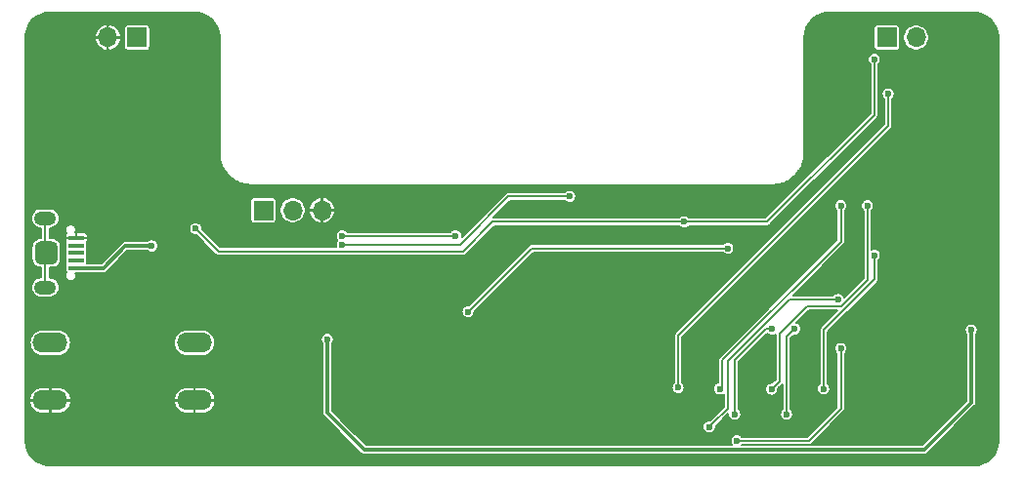
<source format=gbr>
G04 #@! TF.GenerationSoftware,KiCad,Pcbnew,5.1.9+dfsg1-1~bpo10+1*
G04 #@! TF.CreationDate,2021-05-29T21:01:30+02:00*
G04 #@! TF.ProjectId,esp_12e_traffic_monitor,6573705f-3132-4655-9f74-726166666963,C*
G04 #@! TF.SameCoordinates,Original*
G04 #@! TF.FileFunction,Copper,L2,Bot*
G04 #@! TF.FilePolarity,Positive*
%FSLAX46Y46*%
G04 Gerber Fmt 4.6, Leading zero omitted, Abs format (unit mm)*
G04 Created by KiCad (PCBNEW 5.1.9+dfsg1-1~bpo10+1) date 2021-05-29 21:01:30*
%MOMM*%
%LPD*%
G01*
G04 APERTURE LIST*
G04 #@! TA.AperFunction,ComponentPad*
%ADD10R,1.700000X1.700000*%
G04 #@! TD*
G04 #@! TA.AperFunction,ComponentPad*
%ADD11O,1.700000X1.700000*%
G04 #@! TD*
G04 #@! TA.AperFunction,ComponentPad*
%ADD12O,3.048000X1.727200*%
G04 #@! TD*
G04 #@! TA.AperFunction,ComponentPad*
%ADD13O,1.900000X1.200000*%
G04 #@! TD*
G04 #@! TA.AperFunction,SMDPad,CuDef*
%ADD14R,1.350000X0.400000*%
G04 #@! TD*
G04 #@! TA.AperFunction,ViaPad*
%ADD15C,0.600000*%
G04 #@! TD*
G04 #@! TA.AperFunction,Conductor*
%ADD16C,0.304800*%
G04 #@! TD*
G04 #@! TA.AperFunction,Conductor*
%ADD17C,0.177800*%
G04 #@! TD*
G04 #@! TA.AperFunction,Conductor*
%ADD18C,0.100000*%
G04 #@! TD*
G04 APERTURE END LIST*
D10*
X164980000Y-97500000D03*
D11*
X167520000Y-97500000D03*
D10*
X110960000Y-112500000D03*
D11*
X113500000Y-112500000D03*
X116040000Y-112500000D03*
X97480000Y-97500000D03*
D10*
X100020000Y-97500000D03*
D12*
X105000000Y-124000000D03*
X105000000Y-129000000D03*
X92500000Y-124000000D03*
X92500000Y-129000000D03*
D13*
X92062500Y-113200000D03*
X92062500Y-119200000D03*
D14*
X94762500Y-116200000D03*
X94762500Y-115550000D03*
X94762500Y-114900000D03*
X94762500Y-117500000D03*
X94762500Y-116850000D03*
G04 #@! TA.AperFunction,SMDPad,CuDef*
G36*
G01*
X92657000Y-117200000D02*
X91657000Y-117200000D01*
G75*
G02*
X91157000Y-116700000I0J500000D01*
G01*
X91157000Y-115700000D01*
G75*
G02*
X91657000Y-115200000I500000J0D01*
G01*
X92657000Y-115200000D01*
G75*
G02*
X93157000Y-115700000I0J-500000D01*
G01*
X93157000Y-116700000D01*
G75*
G02*
X92657000Y-117200000I-500000J0D01*
G01*
G37*
G04 #@! TD.AperFunction*
D15*
X106000000Y-118500000D03*
X109000000Y-121500000D03*
X102800000Y-118600000D03*
X117100000Y-119800000D03*
X120000000Y-119800000D03*
X99700000Y-114100000D03*
X143000000Y-126400000D03*
X143000000Y-130900000D03*
X145700000Y-118100000D03*
X147550000Y-126400000D03*
X153100000Y-127900000D03*
X151800000Y-131400000D03*
X152200000Y-115200000D03*
X159200000Y-119200000D03*
X158500000Y-130900000D03*
X157550000Y-127800000D03*
X101300000Y-115600000D03*
X116500000Y-123700000D03*
X172300000Y-122900000D03*
X147400000Y-113500000D03*
X163900000Y-99400000D03*
X105100000Y-114100000D03*
X117800000Y-115500000D03*
X137500000Y-111300000D03*
X117800000Y-114722197D03*
X127600000Y-114700000D03*
X146900000Y-127900000D03*
X165100000Y-102400000D03*
X150500000Y-128000000D03*
X161000000Y-112100000D03*
X155000000Y-128027800D03*
X163300000Y-112100000D03*
X159500000Y-128000000D03*
X163900000Y-116400000D03*
X160750000Y-120250000D03*
X149600000Y-131300014D03*
X155000000Y-122800000D03*
X151800000Y-130200000D03*
X152000000Y-132500000D03*
X161000000Y-124500000D03*
X157000000Y-122800000D03*
X156300000Y-130200000D03*
X151200000Y-115800000D03*
X128700000Y-121300000D03*
D16*
X99000000Y-115600000D02*
X101300000Y-115600000D01*
X97100000Y-117500000D02*
X99000000Y-115600000D01*
X94762500Y-117500000D02*
X97100000Y-117500000D01*
X172300000Y-129200000D02*
X172300000Y-122900000D01*
X116500000Y-123700000D02*
X116500000Y-130100000D01*
X116500000Y-130100000D02*
X119700000Y-133300000D01*
X119700000Y-133300000D02*
X168200000Y-133300000D01*
X168200000Y-133300000D02*
X172300000Y-129200000D01*
D17*
X163900000Y-99400000D02*
X163900000Y-104200000D01*
X163900000Y-104200000D02*
X154600000Y-113500000D01*
X154600000Y-113500000D02*
X147824264Y-113500000D01*
X147824264Y-113500000D02*
X147400000Y-113500000D01*
X146975736Y-113500000D02*
X147400000Y-113500000D01*
X105100000Y-114100000D02*
X107066701Y-116066701D01*
X128233299Y-116066701D02*
X130800000Y-113500000D01*
X107066701Y-116066701D02*
X128233299Y-116066701D01*
X130800000Y-113500000D02*
X146975736Y-113500000D01*
X128000000Y-115500000D02*
X132200000Y-111300000D01*
X132200000Y-111300000D02*
X137500000Y-111300000D01*
X117800000Y-115500000D02*
X128000000Y-115500000D01*
X127577803Y-114722197D02*
X127600000Y-114700000D01*
X117800000Y-114722197D02*
X127577803Y-114722197D01*
X165100000Y-105161282D02*
X165100000Y-102400000D01*
X146900000Y-123361282D02*
X165100000Y-105161282D01*
X146900000Y-127900000D02*
X146900000Y-123361282D01*
X150750000Y-127750000D02*
X150500000Y-128000000D01*
X150750000Y-125500000D02*
X150750000Y-127750000D01*
X161000000Y-115250000D02*
X150750000Y-125500000D01*
X161000000Y-112100000D02*
X161000000Y-115250000D01*
X163300000Y-118538718D02*
X163300000Y-112100000D01*
X155000000Y-128027800D02*
X155700000Y-127327800D01*
X155700000Y-127327800D02*
X155700000Y-123200000D01*
X155700000Y-123200000D02*
X158083299Y-120816701D01*
X161022017Y-120816701D02*
X163300000Y-118538718D01*
X158083299Y-120816701D02*
X161022017Y-120816701D01*
X163900000Y-118500000D02*
X163900000Y-116400000D01*
X159500000Y-122900000D02*
X163900000Y-118500000D01*
X159500000Y-128000000D02*
X159500000Y-122900000D01*
X160750000Y-120250000D02*
X156547091Y-120250000D01*
X149899999Y-131000015D02*
X149600000Y-131300014D01*
X151200000Y-129700014D02*
X149899999Y-131000015D01*
X151200000Y-125597091D02*
X151200000Y-129700014D01*
X156547091Y-120250000D02*
X151200000Y-125597091D01*
X151800000Y-125500000D02*
X151800000Y-130200000D01*
X154500000Y-122800000D02*
X151800000Y-125500000D01*
X155000000Y-122800000D02*
X154500000Y-122800000D01*
X161000000Y-129750000D02*
X161000000Y-124500000D01*
X158250000Y-132500000D02*
X161000000Y-129750000D01*
X152000000Y-132500000D02*
X158250000Y-132500000D01*
X156300000Y-123450000D02*
X156300000Y-130200000D01*
X156950000Y-122800000D02*
X156300000Y-123450000D01*
X157000000Y-122800000D02*
X156950000Y-122800000D01*
X134200000Y-115800000D02*
X128700000Y-121300000D01*
X151200000Y-115800000D02*
X134200000Y-115800000D01*
X92062500Y-116294500D02*
X92157000Y-116200000D01*
X92062500Y-119200000D02*
X92062500Y-116294500D01*
X92062500Y-116105500D02*
X92157000Y-116200000D01*
X92062500Y-113200000D02*
X92062500Y-116105500D01*
X105418897Y-95384412D02*
X105821842Y-95506068D01*
X106193476Y-95703670D01*
X106519658Y-95969697D01*
X106787952Y-96294009D01*
X106988146Y-96664260D01*
X107112612Y-97066345D01*
X107158301Y-97501044D01*
X107158300Y-107516783D01*
X107158359Y-107517378D01*
X107158363Y-107518647D01*
X107159871Y-107533494D01*
X107159767Y-107548422D01*
X107160233Y-107553170D01*
X107211234Y-108038413D01*
X107217453Y-108068710D01*
X107223264Y-108099171D01*
X107224643Y-108103738D01*
X107368923Y-108569832D01*
X107380925Y-108598383D01*
X107392526Y-108627097D01*
X107394766Y-108631310D01*
X107626830Y-109060503D01*
X107644150Y-109086180D01*
X107661106Y-109112092D01*
X107664121Y-109115789D01*
X107975130Y-109491735D01*
X107997071Y-109513523D01*
X108018773Y-109535685D01*
X108022450Y-109538726D01*
X108400557Y-109847102D01*
X108426344Y-109864235D01*
X108451906Y-109881737D01*
X108456103Y-109884006D01*
X108886906Y-110113068D01*
X108915519Y-110124861D01*
X108944004Y-110137070D01*
X108948562Y-110138481D01*
X109415651Y-110279504D01*
X109446023Y-110285518D01*
X109476325Y-110291959D01*
X109481070Y-110292457D01*
X109966417Y-110340046D01*
X109983216Y-110341700D01*
X155016784Y-110341700D01*
X155017379Y-110341641D01*
X155018647Y-110341637D01*
X155033494Y-110340129D01*
X155048422Y-110340233D01*
X155053170Y-110339767D01*
X155538413Y-110288766D01*
X155568710Y-110282547D01*
X155599171Y-110276736D01*
X155603738Y-110275357D01*
X156069832Y-110131077D01*
X156098383Y-110119075D01*
X156127097Y-110107474D01*
X156131310Y-110105234D01*
X156560503Y-109873170D01*
X156586180Y-109855850D01*
X156612092Y-109838894D01*
X156615789Y-109835879D01*
X156991735Y-109524870D01*
X157013523Y-109502929D01*
X157035685Y-109481227D01*
X157038726Y-109477550D01*
X157347102Y-109099443D01*
X157364235Y-109073656D01*
X157381737Y-109048094D01*
X157384006Y-109043897D01*
X157613068Y-108613094D01*
X157624861Y-108584481D01*
X157637070Y-108555996D01*
X157638481Y-108551438D01*
X157779504Y-108084349D01*
X157785518Y-108053977D01*
X157791959Y-108023675D01*
X157792457Y-108018930D01*
X157840069Y-107533344D01*
X157841700Y-107516784D01*
X157841700Y-97516710D01*
X157884412Y-97081103D01*
X158006068Y-96678158D01*
X158021039Y-96650000D01*
X163862010Y-96650000D01*
X163862010Y-98350000D01*
X163867159Y-98402282D01*
X163882410Y-98452555D01*
X163907174Y-98498887D01*
X163940502Y-98539498D01*
X163981113Y-98572826D01*
X164027445Y-98597590D01*
X164077718Y-98612841D01*
X164130000Y-98617990D01*
X165830000Y-98617990D01*
X165882282Y-98612841D01*
X165932555Y-98597590D01*
X165978887Y-98572826D01*
X166019498Y-98539498D01*
X166052826Y-98498887D01*
X166077590Y-98452555D01*
X166092841Y-98402282D01*
X166097990Y-98350000D01*
X166097990Y-97390015D01*
X166403300Y-97390015D01*
X166403300Y-97609985D01*
X166446214Y-97825729D01*
X166530394Y-98028956D01*
X166652603Y-98211855D01*
X166808145Y-98367397D01*
X166991044Y-98489606D01*
X167194271Y-98573786D01*
X167410015Y-98616700D01*
X167629985Y-98616700D01*
X167845729Y-98573786D01*
X168048956Y-98489606D01*
X168231855Y-98367397D01*
X168387397Y-98211855D01*
X168509606Y-98028956D01*
X168593786Y-97825729D01*
X168636700Y-97609985D01*
X168636700Y-97390015D01*
X168593786Y-97174271D01*
X168509606Y-96971044D01*
X168387397Y-96788145D01*
X168231855Y-96632603D01*
X168048956Y-96510394D01*
X167845729Y-96426214D01*
X167629985Y-96383300D01*
X167410015Y-96383300D01*
X167194271Y-96426214D01*
X166991044Y-96510394D01*
X166808145Y-96632603D01*
X166652603Y-96788145D01*
X166530394Y-96971044D01*
X166446214Y-97174271D01*
X166403300Y-97390015D01*
X166097990Y-97390015D01*
X166097990Y-96650000D01*
X166092841Y-96597718D01*
X166077590Y-96547445D01*
X166052826Y-96501113D01*
X166019498Y-96460502D01*
X165978887Y-96427174D01*
X165932555Y-96402410D01*
X165882282Y-96387159D01*
X165830000Y-96382010D01*
X164130000Y-96382010D01*
X164077718Y-96387159D01*
X164027445Y-96402410D01*
X163981113Y-96427174D01*
X163940502Y-96460502D01*
X163907174Y-96501113D01*
X163882410Y-96547445D01*
X163867159Y-96597718D01*
X163862010Y-96650000D01*
X158021039Y-96650000D01*
X158203670Y-96306524D01*
X158469697Y-95980342D01*
X158794009Y-95712048D01*
X159164260Y-95511854D01*
X159566345Y-95387388D01*
X160001034Y-95341700D01*
X172483290Y-95341700D01*
X172918897Y-95384412D01*
X173321842Y-95506068D01*
X173693476Y-95703670D01*
X174019658Y-95969697D01*
X174287952Y-96294009D01*
X174488146Y-96664260D01*
X174612612Y-97066345D01*
X174658301Y-97501044D01*
X174658300Y-132483290D01*
X174615588Y-132918897D01*
X174493933Y-133321839D01*
X174296329Y-133693480D01*
X174030304Y-134019658D01*
X173705990Y-134287953D01*
X173335741Y-134488146D01*
X172933655Y-134612612D01*
X172498967Y-134658300D01*
X92516710Y-134658300D01*
X92081103Y-134615588D01*
X91678161Y-134493933D01*
X91306520Y-134296329D01*
X90980342Y-134030304D01*
X90712047Y-133705990D01*
X90511854Y-133335741D01*
X90387388Y-132933655D01*
X90341700Y-132498967D01*
X90341700Y-129193324D01*
X90700184Y-129193324D01*
X90703628Y-129213010D01*
X90767012Y-129430534D01*
X90871614Y-129631513D01*
X91013416Y-129808223D01*
X91186967Y-129953874D01*
X91385599Y-130062868D01*
X91601678Y-130131016D01*
X91826900Y-130155700D01*
X92487300Y-130155700D01*
X92487300Y-129012700D01*
X92512700Y-129012700D01*
X92512700Y-130155700D01*
X93173100Y-130155700D01*
X93398322Y-130131016D01*
X93614401Y-130062868D01*
X93813033Y-129953874D01*
X93986584Y-129808223D01*
X94128386Y-129631513D01*
X94232988Y-129430534D01*
X94296372Y-129213010D01*
X94299816Y-129193324D01*
X103200184Y-129193324D01*
X103203628Y-129213010D01*
X103267012Y-129430534D01*
X103371614Y-129631513D01*
X103513416Y-129808223D01*
X103686967Y-129953874D01*
X103885599Y-130062868D01*
X104101678Y-130131016D01*
X104326900Y-130155700D01*
X104987300Y-130155700D01*
X104987300Y-129012700D01*
X105012700Y-129012700D01*
X105012700Y-130155700D01*
X105673100Y-130155700D01*
X105898322Y-130131016D01*
X106114401Y-130062868D01*
X106313033Y-129953874D01*
X106486584Y-129808223D01*
X106628386Y-129631513D01*
X106732988Y-129430534D01*
X106796372Y-129213010D01*
X106799816Y-129193324D01*
X106743001Y-129012700D01*
X105012700Y-129012700D01*
X104987300Y-129012700D01*
X103256999Y-129012700D01*
X103200184Y-129193324D01*
X94299816Y-129193324D01*
X94243001Y-129012700D01*
X92512700Y-129012700D01*
X92487300Y-129012700D01*
X90756999Y-129012700D01*
X90700184Y-129193324D01*
X90341700Y-129193324D01*
X90341700Y-128806676D01*
X90700184Y-128806676D01*
X90756999Y-128987300D01*
X92487300Y-128987300D01*
X92487300Y-127844300D01*
X92512700Y-127844300D01*
X92512700Y-128987300D01*
X94243001Y-128987300D01*
X94299816Y-128806676D01*
X103200184Y-128806676D01*
X103256999Y-128987300D01*
X104987300Y-128987300D01*
X104987300Y-127844300D01*
X105012700Y-127844300D01*
X105012700Y-128987300D01*
X106743001Y-128987300D01*
X106799816Y-128806676D01*
X106796372Y-128786990D01*
X106732988Y-128569466D01*
X106628386Y-128368487D01*
X106486584Y-128191777D01*
X106313033Y-128046126D01*
X106114401Y-127937132D01*
X105898322Y-127868984D01*
X105673100Y-127844300D01*
X105012700Y-127844300D01*
X104987300Y-127844300D01*
X104326900Y-127844300D01*
X104101678Y-127868984D01*
X103885599Y-127937132D01*
X103686967Y-128046126D01*
X103513416Y-128191777D01*
X103371614Y-128368487D01*
X103267012Y-128569466D01*
X103203628Y-128786990D01*
X103200184Y-128806676D01*
X94299816Y-128806676D01*
X94296372Y-128786990D01*
X94232988Y-128569466D01*
X94128386Y-128368487D01*
X93986584Y-128191777D01*
X93813033Y-128046126D01*
X93614401Y-127937132D01*
X93398322Y-127868984D01*
X93173100Y-127844300D01*
X92512700Y-127844300D01*
X92487300Y-127844300D01*
X91826900Y-127844300D01*
X91601678Y-127868984D01*
X91385599Y-127937132D01*
X91186967Y-128046126D01*
X91013416Y-128191777D01*
X90871614Y-128368487D01*
X90767012Y-128569466D01*
X90703628Y-128786990D01*
X90700184Y-128806676D01*
X90341700Y-128806676D01*
X90341700Y-124000000D01*
X90703831Y-124000000D01*
X90725654Y-124221578D01*
X90790286Y-124434640D01*
X90895243Y-124630999D01*
X91036490Y-124803110D01*
X91208601Y-124944357D01*
X91404960Y-125049314D01*
X91618022Y-125113946D01*
X91784071Y-125130300D01*
X93215929Y-125130300D01*
X93381978Y-125113946D01*
X93595040Y-125049314D01*
X93791399Y-124944357D01*
X93963510Y-124803110D01*
X94104757Y-124630999D01*
X94209714Y-124434640D01*
X94274346Y-124221578D01*
X94296169Y-124000000D01*
X103203831Y-124000000D01*
X103225654Y-124221578D01*
X103290286Y-124434640D01*
X103395243Y-124630999D01*
X103536490Y-124803110D01*
X103708601Y-124944357D01*
X103904960Y-125049314D01*
X104118022Y-125113946D01*
X104284071Y-125130300D01*
X105715929Y-125130300D01*
X105881978Y-125113946D01*
X106095040Y-125049314D01*
X106291399Y-124944357D01*
X106463510Y-124803110D01*
X106604757Y-124630999D01*
X106709714Y-124434640D01*
X106774346Y-124221578D01*
X106796169Y-124000000D01*
X106774346Y-123778422D01*
X106733626Y-123644185D01*
X115933300Y-123644185D01*
X115933300Y-123755815D01*
X115955078Y-123865300D01*
X115997797Y-123968433D01*
X116059815Y-124061250D01*
X116080900Y-124082335D01*
X116080901Y-130079410D01*
X116078873Y-130100000D01*
X116086965Y-130182157D01*
X116110930Y-130261158D01*
X116149846Y-130333965D01*
X116165814Y-130353422D01*
X116202219Y-130397782D01*
X116218206Y-130410902D01*
X119389098Y-133581794D01*
X119402218Y-133597782D01*
X119445355Y-133633183D01*
X119466034Y-133650154D01*
X119534214Y-133686597D01*
X119538842Y-133689071D01*
X119617842Y-133713035D01*
X119679420Y-133719100D01*
X119679422Y-133719100D01*
X119699999Y-133721127D01*
X119720577Y-133719100D01*
X168179420Y-133719100D01*
X168200000Y-133721127D01*
X168220580Y-133719100D01*
X168282158Y-133713035D01*
X168361158Y-133689071D01*
X168433966Y-133650154D01*
X168497782Y-133597782D01*
X168510907Y-133581789D01*
X172581790Y-129510906D01*
X172597782Y-129497782D01*
X172650154Y-129433966D01*
X172689071Y-129361158D01*
X172713035Y-129282158D01*
X172719100Y-129220580D01*
X172719100Y-129220579D01*
X172721127Y-129200000D01*
X172719100Y-129179420D01*
X172719100Y-123282335D01*
X172740185Y-123261250D01*
X172802203Y-123168433D01*
X172844922Y-123065300D01*
X172866700Y-122955815D01*
X172866700Y-122844185D01*
X172844922Y-122734700D01*
X172802203Y-122631567D01*
X172740185Y-122538750D01*
X172661250Y-122459815D01*
X172568433Y-122397797D01*
X172465300Y-122355078D01*
X172355815Y-122333300D01*
X172244185Y-122333300D01*
X172134700Y-122355078D01*
X172031567Y-122397797D01*
X171938750Y-122459815D01*
X171859815Y-122538750D01*
X171797797Y-122631567D01*
X171755078Y-122734700D01*
X171733300Y-122844185D01*
X171733300Y-122955815D01*
X171755078Y-123065300D01*
X171797797Y-123168433D01*
X171859815Y-123261250D01*
X171880901Y-123282336D01*
X171880900Y-129026404D01*
X168026404Y-132880900D01*
X152420535Y-132880900D01*
X152440185Y-132861250D01*
X152443960Y-132855600D01*
X158232545Y-132855600D01*
X158250000Y-132857319D01*
X158267455Y-132855600D01*
X158267463Y-132855600D01*
X158319710Y-132850454D01*
X158386740Y-132830121D01*
X158448516Y-132797101D01*
X158502663Y-132752663D01*
X158513799Y-132739094D01*
X161239110Y-130013785D01*
X161252662Y-130002663D01*
X161263785Y-129989110D01*
X161263795Y-129989100D01*
X161297100Y-129948517D01*
X161297102Y-129948515D01*
X161330121Y-129886740D01*
X161350454Y-129819710D01*
X161355600Y-129767463D01*
X161355600Y-129767454D01*
X161357319Y-129750001D01*
X161355600Y-129732548D01*
X161355600Y-124943960D01*
X161361250Y-124940185D01*
X161440185Y-124861250D01*
X161502203Y-124768433D01*
X161544922Y-124665300D01*
X161566700Y-124555815D01*
X161566700Y-124444185D01*
X161544922Y-124334700D01*
X161502203Y-124231567D01*
X161440185Y-124138750D01*
X161361250Y-124059815D01*
X161268433Y-123997797D01*
X161165300Y-123955078D01*
X161055815Y-123933300D01*
X160944185Y-123933300D01*
X160834700Y-123955078D01*
X160731567Y-123997797D01*
X160638750Y-124059815D01*
X160559815Y-124138750D01*
X160497797Y-124231567D01*
X160455078Y-124334700D01*
X160433300Y-124444185D01*
X160433300Y-124555815D01*
X160455078Y-124665300D01*
X160497797Y-124768433D01*
X160559815Y-124861250D01*
X160638750Y-124940185D01*
X160644401Y-124943961D01*
X160644400Y-129602705D01*
X158102707Y-132144400D01*
X152443960Y-132144400D01*
X152440185Y-132138750D01*
X152361250Y-132059815D01*
X152268433Y-131997797D01*
X152165300Y-131955078D01*
X152055815Y-131933300D01*
X151944185Y-131933300D01*
X151834700Y-131955078D01*
X151731567Y-131997797D01*
X151638750Y-132059815D01*
X151559815Y-132138750D01*
X151497797Y-132231567D01*
X151455078Y-132334700D01*
X151433300Y-132444185D01*
X151433300Y-132555815D01*
X151455078Y-132665300D01*
X151497797Y-132768433D01*
X151559815Y-132861250D01*
X151579465Y-132880900D01*
X119873597Y-132880900D01*
X118236896Y-131244199D01*
X149033300Y-131244199D01*
X149033300Y-131355829D01*
X149055078Y-131465314D01*
X149097797Y-131568447D01*
X149159815Y-131661264D01*
X149238750Y-131740199D01*
X149331567Y-131802217D01*
X149434700Y-131844936D01*
X149544185Y-131866714D01*
X149655815Y-131866714D01*
X149765300Y-131844936D01*
X149868433Y-131802217D01*
X149961250Y-131740199D01*
X150040185Y-131661264D01*
X150102203Y-131568447D01*
X150144922Y-131465314D01*
X150166700Y-131355829D01*
X150166700Y-131244199D01*
X150165374Y-131237533D01*
X151233300Y-130169608D01*
X151233300Y-130255815D01*
X151255078Y-130365300D01*
X151297797Y-130468433D01*
X151359815Y-130561250D01*
X151438750Y-130640185D01*
X151531567Y-130702203D01*
X151634700Y-130744922D01*
X151744185Y-130766700D01*
X151855815Y-130766700D01*
X151965300Y-130744922D01*
X152068433Y-130702203D01*
X152161250Y-130640185D01*
X152240185Y-130561250D01*
X152302203Y-130468433D01*
X152344922Y-130365300D01*
X152366700Y-130255815D01*
X152366700Y-130144185D01*
X152344922Y-130034700D01*
X152302203Y-129931567D01*
X152240185Y-129838750D01*
X152161250Y-129759815D01*
X152155600Y-129756040D01*
X152155600Y-125647293D01*
X154600729Y-123202164D01*
X154638750Y-123240185D01*
X154731567Y-123302203D01*
X154834700Y-123344922D01*
X154944185Y-123366700D01*
X155055815Y-123366700D01*
X155165300Y-123344922D01*
X155268433Y-123302203D01*
X155344401Y-123251443D01*
X155344400Y-127180505D01*
X155062480Y-127462426D01*
X155055815Y-127461100D01*
X154944185Y-127461100D01*
X154834700Y-127482878D01*
X154731567Y-127525597D01*
X154638750Y-127587615D01*
X154559815Y-127666550D01*
X154497797Y-127759367D01*
X154455078Y-127862500D01*
X154433300Y-127971985D01*
X154433300Y-128083615D01*
X154455078Y-128193100D01*
X154497797Y-128296233D01*
X154559815Y-128389050D01*
X154638750Y-128467985D01*
X154731567Y-128530003D01*
X154834700Y-128572722D01*
X154944185Y-128594500D01*
X155055815Y-128594500D01*
X155165300Y-128572722D01*
X155268433Y-128530003D01*
X155361250Y-128467985D01*
X155440185Y-128389050D01*
X155502203Y-128296233D01*
X155544922Y-128193100D01*
X155566700Y-128083615D01*
X155566700Y-127971985D01*
X155565374Y-127965320D01*
X155939110Y-127591585D01*
X155944401Y-127587243D01*
X155944401Y-129756039D01*
X155938750Y-129759815D01*
X155859815Y-129838750D01*
X155797797Y-129931567D01*
X155755078Y-130034700D01*
X155733300Y-130144185D01*
X155733300Y-130255815D01*
X155755078Y-130365300D01*
X155797797Y-130468433D01*
X155859815Y-130561250D01*
X155938750Y-130640185D01*
X156031567Y-130702203D01*
X156134700Y-130744922D01*
X156244185Y-130766700D01*
X156355815Y-130766700D01*
X156465300Y-130744922D01*
X156568433Y-130702203D01*
X156661250Y-130640185D01*
X156740185Y-130561250D01*
X156802203Y-130468433D01*
X156844922Y-130365300D01*
X156866700Y-130255815D01*
X156866700Y-130144185D01*
X156844922Y-130034700D01*
X156802203Y-129931567D01*
X156740185Y-129838750D01*
X156661250Y-129759815D01*
X156655600Y-129756040D01*
X156655600Y-123597293D01*
X156895815Y-123357079D01*
X156944185Y-123366700D01*
X157055815Y-123366700D01*
X157165300Y-123344922D01*
X157268433Y-123302203D01*
X157361250Y-123240185D01*
X157440185Y-123161250D01*
X157502203Y-123068433D01*
X157544922Y-122965300D01*
X157566700Y-122855815D01*
X157566700Y-122744185D01*
X157544922Y-122634700D01*
X157502203Y-122531567D01*
X157440185Y-122438750D01*
X157361250Y-122359815D01*
X157268433Y-122297797D01*
X157165300Y-122255078D01*
X157150716Y-122252177D01*
X158230593Y-121172301D01*
X160724806Y-121172301D01*
X159260901Y-122636206D01*
X159247338Y-122647337D01*
X159236207Y-122660900D01*
X159236205Y-122660902D01*
X159226958Y-122672170D01*
X159202900Y-122701484D01*
X159187503Y-122730290D01*
X159169880Y-122763259D01*
X159149546Y-122830290D01*
X159142681Y-122900000D01*
X159144401Y-122917466D01*
X159144400Y-127556040D01*
X159138750Y-127559815D01*
X159059815Y-127638750D01*
X158997797Y-127731567D01*
X158955078Y-127834700D01*
X158933300Y-127944185D01*
X158933300Y-128055815D01*
X158955078Y-128165300D01*
X158997797Y-128268433D01*
X159059815Y-128361250D01*
X159138750Y-128440185D01*
X159231567Y-128502203D01*
X159334700Y-128544922D01*
X159444185Y-128566700D01*
X159555815Y-128566700D01*
X159665300Y-128544922D01*
X159768433Y-128502203D01*
X159861250Y-128440185D01*
X159940185Y-128361250D01*
X160002203Y-128268433D01*
X160044922Y-128165300D01*
X160066700Y-128055815D01*
X160066700Y-127944185D01*
X160044922Y-127834700D01*
X160002203Y-127731567D01*
X159940185Y-127638750D01*
X159861250Y-127559815D01*
X159855600Y-127556040D01*
X159855600Y-123047293D01*
X164139104Y-118763790D01*
X164152662Y-118752663D01*
X164163790Y-118739104D01*
X164163795Y-118739099D01*
X164197101Y-118698516D01*
X164230120Y-118636741D01*
X164230121Y-118636740D01*
X164250454Y-118569710D01*
X164255600Y-118517463D01*
X164255600Y-118517455D01*
X164257319Y-118500000D01*
X164255600Y-118482545D01*
X164255600Y-116843960D01*
X164261250Y-116840185D01*
X164340185Y-116761250D01*
X164402203Y-116668433D01*
X164444922Y-116565300D01*
X164466700Y-116455815D01*
X164466700Y-116344185D01*
X164444922Y-116234700D01*
X164402203Y-116131567D01*
X164340185Y-116038750D01*
X164261250Y-115959815D01*
X164168433Y-115897797D01*
X164065300Y-115855078D01*
X163955815Y-115833300D01*
X163844185Y-115833300D01*
X163734700Y-115855078D01*
X163655600Y-115887842D01*
X163655600Y-112543960D01*
X163661250Y-112540185D01*
X163740185Y-112461250D01*
X163802203Y-112368433D01*
X163844922Y-112265300D01*
X163866700Y-112155815D01*
X163866700Y-112044185D01*
X163844922Y-111934700D01*
X163802203Y-111831567D01*
X163740185Y-111738750D01*
X163661250Y-111659815D01*
X163568433Y-111597797D01*
X163465300Y-111555078D01*
X163355815Y-111533300D01*
X163244185Y-111533300D01*
X163134700Y-111555078D01*
X163031567Y-111597797D01*
X162938750Y-111659815D01*
X162859815Y-111738750D01*
X162797797Y-111831567D01*
X162755078Y-111934700D01*
X162733300Y-112044185D01*
X162733300Y-112155815D01*
X162755078Y-112265300D01*
X162797797Y-112368433D01*
X162859815Y-112461250D01*
X162938750Y-112540185D01*
X162944401Y-112543961D01*
X162944400Y-118391423D01*
X161282094Y-120053731D01*
X161252203Y-119981567D01*
X161190185Y-119888750D01*
X161111250Y-119809815D01*
X161018433Y-119747797D01*
X160915300Y-119705078D01*
X160805815Y-119683300D01*
X160694185Y-119683300D01*
X160584700Y-119705078D01*
X160481567Y-119747797D01*
X160388750Y-119809815D01*
X160309815Y-119888750D01*
X160306040Y-119894400D01*
X156858494Y-119894400D01*
X161239100Y-115513794D01*
X161252663Y-115502663D01*
X161297101Y-115448516D01*
X161330121Y-115386740D01*
X161350454Y-115319710D01*
X161355600Y-115267463D01*
X161355600Y-115267456D01*
X161357319Y-115250001D01*
X161355600Y-115232545D01*
X161355600Y-112543960D01*
X161361250Y-112540185D01*
X161440185Y-112461250D01*
X161502203Y-112368433D01*
X161544922Y-112265300D01*
X161566700Y-112155815D01*
X161566700Y-112044185D01*
X161544922Y-111934700D01*
X161502203Y-111831567D01*
X161440185Y-111738750D01*
X161361250Y-111659815D01*
X161268433Y-111597797D01*
X161165300Y-111555078D01*
X161055815Y-111533300D01*
X160944185Y-111533300D01*
X160834700Y-111555078D01*
X160731567Y-111597797D01*
X160638750Y-111659815D01*
X160559815Y-111738750D01*
X160497797Y-111831567D01*
X160455078Y-111934700D01*
X160433300Y-112044185D01*
X160433300Y-112155815D01*
X160455078Y-112265300D01*
X160497797Y-112368433D01*
X160559815Y-112461250D01*
X160638750Y-112540185D01*
X160644400Y-112543960D01*
X160644401Y-115102705D01*
X150510902Y-125236205D01*
X150497337Y-125247338D01*
X150452899Y-125301485D01*
X150419879Y-125363261D01*
X150399546Y-125430291D01*
X150394400Y-125482538D01*
X150394400Y-125482545D01*
X150392681Y-125500000D01*
X150394400Y-125517456D01*
X150394401Y-127443203D01*
X150334700Y-127455078D01*
X150231567Y-127497797D01*
X150138750Y-127559815D01*
X150059815Y-127638750D01*
X149997797Y-127731567D01*
X149955078Y-127834700D01*
X149933300Y-127944185D01*
X149933300Y-128055815D01*
X149955078Y-128165300D01*
X149997797Y-128268433D01*
X150059815Y-128361250D01*
X150138750Y-128440185D01*
X150231567Y-128502203D01*
X150334700Y-128544922D01*
X150444185Y-128566700D01*
X150555815Y-128566700D01*
X150665300Y-128544922D01*
X150768433Y-128502203D01*
X150844401Y-128451443D01*
X150844401Y-129552719D01*
X149662481Y-130734640D01*
X149655815Y-130733314D01*
X149544185Y-130733314D01*
X149434700Y-130755092D01*
X149331567Y-130797811D01*
X149238750Y-130859829D01*
X149159815Y-130938764D01*
X149097797Y-131031581D01*
X149055078Y-131134714D01*
X149033300Y-131244199D01*
X118236896Y-131244199D01*
X116919100Y-129926404D01*
X116919100Y-127844185D01*
X146333300Y-127844185D01*
X146333300Y-127955815D01*
X146355078Y-128065300D01*
X146397797Y-128168433D01*
X146459815Y-128261250D01*
X146538750Y-128340185D01*
X146631567Y-128402203D01*
X146734700Y-128444922D01*
X146844185Y-128466700D01*
X146955815Y-128466700D01*
X147065300Y-128444922D01*
X147168433Y-128402203D01*
X147261250Y-128340185D01*
X147340185Y-128261250D01*
X147402203Y-128168433D01*
X147444922Y-128065300D01*
X147466700Y-127955815D01*
X147466700Y-127844185D01*
X147444922Y-127734700D01*
X147402203Y-127631567D01*
X147340185Y-127538750D01*
X147261250Y-127459815D01*
X147255600Y-127456040D01*
X147255600Y-123508575D01*
X165339104Y-105425072D01*
X165352662Y-105413945D01*
X165363790Y-105400386D01*
X165363795Y-105400381D01*
X165379438Y-105381320D01*
X165397101Y-105359798D01*
X165430121Y-105298022D01*
X165450454Y-105230992D01*
X165455600Y-105178745D01*
X165455600Y-105178738D01*
X165457319Y-105161282D01*
X165455600Y-105143827D01*
X165455600Y-102843960D01*
X165461250Y-102840185D01*
X165540185Y-102761250D01*
X165602203Y-102668433D01*
X165644922Y-102565300D01*
X165666700Y-102455815D01*
X165666700Y-102344185D01*
X165644922Y-102234700D01*
X165602203Y-102131567D01*
X165540185Y-102038750D01*
X165461250Y-101959815D01*
X165368433Y-101897797D01*
X165265300Y-101855078D01*
X165155815Y-101833300D01*
X165044185Y-101833300D01*
X164934700Y-101855078D01*
X164831567Y-101897797D01*
X164738750Y-101959815D01*
X164659815Y-102038750D01*
X164597797Y-102131567D01*
X164555078Y-102234700D01*
X164533300Y-102344185D01*
X164533300Y-102455815D01*
X164555078Y-102565300D01*
X164597797Y-102668433D01*
X164659815Y-102761250D01*
X164738750Y-102840185D01*
X164744401Y-102843961D01*
X164744400Y-105013988D01*
X146660901Y-123097488D01*
X146647338Y-123108619D01*
X146602900Y-123162766D01*
X146599871Y-123168433D01*
X146569880Y-123224541D01*
X146549546Y-123291572D01*
X146542681Y-123361282D01*
X146544401Y-123378748D01*
X146544400Y-127456040D01*
X146538750Y-127459815D01*
X146459815Y-127538750D01*
X146397797Y-127631567D01*
X146355078Y-127734700D01*
X146333300Y-127844185D01*
X116919100Y-127844185D01*
X116919100Y-124082335D01*
X116940185Y-124061250D01*
X117002203Y-123968433D01*
X117044922Y-123865300D01*
X117066700Y-123755815D01*
X117066700Y-123644185D01*
X117044922Y-123534700D01*
X117002203Y-123431567D01*
X116940185Y-123338750D01*
X116861250Y-123259815D01*
X116768433Y-123197797D01*
X116665300Y-123155078D01*
X116555815Y-123133300D01*
X116444185Y-123133300D01*
X116334700Y-123155078D01*
X116231567Y-123197797D01*
X116138750Y-123259815D01*
X116059815Y-123338750D01*
X115997797Y-123431567D01*
X115955078Y-123534700D01*
X115933300Y-123644185D01*
X106733626Y-123644185D01*
X106709714Y-123565360D01*
X106604757Y-123369001D01*
X106463510Y-123196890D01*
X106291399Y-123055643D01*
X106095040Y-122950686D01*
X105881978Y-122886054D01*
X105715929Y-122869700D01*
X104284071Y-122869700D01*
X104118022Y-122886054D01*
X103904960Y-122950686D01*
X103708601Y-123055643D01*
X103536490Y-123196890D01*
X103395243Y-123369001D01*
X103290286Y-123565360D01*
X103225654Y-123778422D01*
X103203831Y-124000000D01*
X94296169Y-124000000D01*
X94274346Y-123778422D01*
X94209714Y-123565360D01*
X94104757Y-123369001D01*
X93963510Y-123196890D01*
X93791399Y-123055643D01*
X93595040Y-122950686D01*
X93381978Y-122886054D01*
X93215929Y-122869700D01*
X91784071Y-122869700D01*
X91618022Y-122886054D01*
X91404960Y-122950686D01*
X91208601Y-123055643D01*
X91036490Y-123196890D01*
X90895243Y-123369001D01*
X90790286Y-123565360D01*
X90725654Y-123778422D01*
X90703831Y-124000000D01*
X90341700Y-124000000D01*
X90341700Y-121244185D01*
X128133300Y-121244185D01*
X128133300Y-121355815D01*
X128155078Y-121465300D01*
X128197797Y-121568433D01*
X128259815Y-121661250D01*
X128338750Y-121740185D01*
X128431567Y-121802203D01*
X128534700Y-121844922D01*
X128644185Y-121866700D01*
X128755815Y-121866700D01*
X128865300Y-121844922D01*
X128968433Y-121802203D01*
X129061250Y-121740185D01*
X129140185Y-121661250D01*
X129202203Y-121568433D01*
X129244922Y-121465300D01*
X129266700Y-121355815D01*
X129266700Y-121244185D01*
X129265374Y-121237519D01*
X134347294Y-116155600D01*
X150756040Y-116155600D01*
X150759815Y-116161250D01*
X150838750Y-116240185D01*
X150931567Y-116302203D01*
X151034700Y-116344922D01*
X151144185Y-116366700D01*
X151255815Y-116366700D01*
X151365300Y-116344922D01*
X151468433Y-116302203D01*
X151561250Y-116240185D01*
X151640185Y-116161250D01*
X151702203Y-116068433D01*
X151744922Y-115965300D01*
X151766700Y-115855815D01*
X151766700Y-115744185D01*
X151744922Y-115634700D01*
X151702203Y-115531567D01*
X151640185Y-115438750D01*
X151561250Y-115359815D01*
X151468433Y-115297797D01*
X151365300Y-115255078D01*
X151255815Y-115233300D01*
X151144185Y-115233300D01*
X151034700Y-115255078D01*
X150931567Y-115297797D01*
X150838750Y-115359815D01*
X150759815Y-115438750D01*
X150756040Y-115444400D01*
X134217455Y-115444400D01*
X134200000Y-115442681D01*
X134182545Y-115444400D01*
X134182537Y-115444400D01*
X134130290Y-115449546D01*
X134063260Y-115469879D01*
X134001484Y-115502899D01*
X133947337Y-115547337D01*
X133936206Y-115560900D01*
X128762481Y-120734626D01*
X128755815Y-120733300D01*
X128644185Y-120733300D01*
X128534700Y-120755078D01*
X128431567Y-120797797D01*
X128338750Y-120859815D01*
X128259815Y-120938750D01*
X128197797Y-121031567D01*
X128155078Y-121134700D01*
X128133300Y-121244185D01*
X90341700Y-121244185D01*
X90341700Y-113200000D01*
X90841607Y-113200000D01*
X90858341Y-113369903D01*
X90907900Y-113533276D01*
X90988379Y-113683842D01*
X91096686Y-113815814D01*
X91228658Y-113924121D01*
X91379224Y-114004600D01*
X91542597Y-114054159D01*
X91669928Y-114066700D01*
X91706900Y-114066700D01*
X91706901Y-114932010D01*
X91657000Y-114932010D01*
X91507173Y-114946767D01*
X91363103Y-114990470D01*
X91230328Y-115061440D01*
X91113949Y-115156949D01*
X91018440Y-115273328D01*
X90947470Y-115406103D01*
X90903767Y-115550173D01*
X90889010Y-115700000D01*
X90889010Y-116700000D01*
X90903767Y-116849827D01*
X90947470Y-116993897D01*
X91018440Y-117126672D01*
X91113949Y-117243051D01*
X91230328Y-117338560D01*
X91363103Y-117409530D01*
X91507173Y-117453233D01*
X91657000Y-117467990D01*
X91706901Y-117467990D01*
X91706900Y-118333300D01*
X91669928Y-118333300D01*
X91542597Y-118345841D01*
X91379224Y-118395400D01*
X91228658Y-118475879D01*
X91096686Y-118584186D01*
X90988379Y-118716158D01*
X90907900Y-118866724D01*
X90858341Y-119030097D01*
X90841607Y-119200000D01*
X90858341Y-119369903D01*
X90907900Y-119533276D01*
X90988379Y-119683842D01*
X91096686Y-119815814D01*
X91228658Y-119924121D01*
X91379224Y-120004600D01*
X91542597Y-120054159D01*
X91669928Y-120066700D01*
X92455072Y-120066700D01*
X92582403Y-120054159D01*
X92745776Y-120004600D01*
X92896342Y-119924121D01*
X93028314Y-119815814D01*
X93136621Y-119683842D01*
X93217100Y-119533276D01*
X93266659Y-119369903D01*
X93283393Y-119200000D01*
X93266659Y-119030097D01*
X93217100Y-118866724D01*
X93136621Y-118716158D01*
X93028314Y-118584186D01*
X92896342Y-118475879D01*
X92745776Y-118395400D01*
X92582403Y-118345841D01*
X92455072Y-118333300D01*
X92418100Y-118333300D01*
X92418100Y-117467990D01*
X92657000Y-117467990D01*
X92806827Y-117453233D01*
X92950897Y-117409530D01*
X93083672Y-117338560D01*
X93200051Y-117243051D01*
X93295560Y-117126672D01*
X93366530Y-116993897D01*
X93410233Y-116849827D01*
X93424990Y-116700000D01*
X93424990Y-115700000D01*
X93410233Y-115550173D01*
X93366530Y-115406103D01*
X93295560Y-115273328D01*
X93200051Y-115156949D01*
X93130658Y-115100000D01*
X93793987Y-115100000D01*
X93799627Y-115157262D01*
X93816329Y-115212323D01*
X93838169Y-115253182D01*
X93824659Y-115297718D01*
X93819510Y-115350000D01*
X93819510Y-115750000D01*
X93824659Y-115802282D01*
X93839910Y-115852555D01*
X93851907Y-115875000D01*
X93839910Y-115897445D01*
X93824659Y-115947718D01*
X93819510Y-116000000D01*
X93819510Y-116400000D01*
X93824659Y-116452282D01*
X93839910Y-116502555D01*
X93851907Y-116525000D01*
X93839910Y-116547445D01*
X93824659Y-116597718D01*
X93819510Y-116650000D01*
X93819510Y-117050000D01*
X93824659Y-117102282D01*
X93839910Y-117152555D01*
X93851907Y-117175000D01*
X93839910Y-117197445D01*
X93824659Y-117247718D01*
X93819510Y-117300000D01*
X93819510Y-117700000D01*
X93824659Y-117752282D01*
X93839910Y-117802555D01*
X93864674Y-117848887D01*
X93898002Y-117889498D01*
X93906234Y-117896253D01*
X93899991Y-117902496D01*
X93848916Y-117978935D01*
X93813735Y-118063869D01*
X93795800Y-118154034D01*
X93795800Y-118245966D01*
X93813735Y-118336131D01*
X93848916Y-118421065D01*
X93899991Y-118497504D01*
X93964996Y-118562509D01*
X94041435Y-118613584D01*
X94126369Y-118648765D01*
X94216534Y-118666700D01*
X94308466Y-118666700D01*
X94398631Y-118648765D01*
X94483565Y-118613584D01*
X94560004Y-118562509D01*
X94625009Y-118497504D01*
X94676084Y-118421065D01*
X94711265Y-118336131D01*
X94729200Y-118245966D01*
X94729200Y-118154034D01*
X94711265Y-118063869D01*
X94676084Y-117978935D01*
X94668771Y-117967990D01*
X95437500Y-117967990D01*
X95489782Y-117962841D01*
X95540055Y-117947590D01*
X95586387Y-117922826D01*
X95590927Y-117919100D01*
X97079420Y-117919100D01*
X97100000Y-117921127D01*
X97120580Y-117919100D01*
X97182158Y-117913035D01*
X97261158Y-117889071D01*
X97333966Y-117850154D01*
X97397782Y-117797782D01*
X97410907Y-117781789D01*
X99173597Y-116019100D01*
X100917665Y-116019100D01*
X100938750Y-116040185D01*
X101031567Y-116102203D01*
X101134700Y-116144922D01*
X101244185Y-116166700D01*
X101355815Y-116166700D01*
X101465300Y-116144922D01*
X101568433Y-116102203D01*
X101661250Y-116040185D01*
X101740185Y-115961250D01*
X101802203Y-115868433D01*
X101844922Y-115765300D01*
X101866700Y-115655815D01*
X101866700Y-115544185D01*
X101844922Y-115434700D01*
X101802203Y-115331567D01*
X101740185Y-115238750D01*
X101661250Y-115159815D01*
X101568433Y-115097797D01*
X101465300Y-115055078D01*
X101355815Y-115033300D01*
X101244185Y-115033300D01*
X101134700Y-115055078D01*
X101031567Y-115097797D01*
X100938750Y-115159815D01*
X100917665Y-115180900D01*
X99020580Y-115180900D01*
X99000000Y-115178873D01*
X98979420Y-115180900D01*
X98917842Y-115186965D01*
X98838842Y-115210929D01*
X98766034Y-115249846D01*
X98702218Y-115302218D01*
X98689097Y-115318206D01*
X96926404Y-117080900D01*
X95702447Y-117080900D01*
X95705490Y-117050000D01*
X95705490Y-116650000D01*
X95700341Y-116597718D01*
X95685090Y-116547445D01*
X95673093Y-116525000D01*
X95685090Y-116502555D01*
X95700341Y-116452282D01*
X95705490Y-116400000D01*
X95705490Y-116000000D01*
X95700341Y-115947718D01*
X95685090Y-115897445D01*
X95673093Y-115875000D01*
X95685090Y-115852555D01*
X95700341Y-115802282D01*
X95705490Y-115750000D01*
X95705490Y-115350000D01*
X95700341Y-115297718D01*
X95686831Y-115253182D01*
X95708671Y-115212323D01*
X95725373Y-115157262D01*
X95731013Y-115100000D01*
X95729600Y-114985725D01*
X95656575Y-114912700D01*
X94775200Y-114912700D01*
X94775200Y-114932700D01*
X94749800Y-114932700D01*
X94749800Y-114912700D01*
X93868425Y-114912700D01*
X93795400Y-114985725D01*
X93793987Y-115100000D01*
X93130658Y-115100000D01*
X93083672Y-115061440D01*
X92950897Y-114990470D01*
X92806827Y-114946767D01*
X92657000Y-114932010D01*
X92418100Y-114932010D01*
X92418100Y-114700000D01*
X93793987Y-114700000D01*
X93795400Y-114814275D01*
X93868425Y-114887300D01*
X94749800Y-114887300D01*
X94749800Y-114480925D01*
X94775200Y-114480925D01*
X94775200Y-114887300D01*
X95656575Y-114887300D01*
X95729600Y-114814275D01*
X95731013Y-114700000D01*
X95725373Y-114642738D01*
X95708671Y-114587677D01*
X95681547Y-114536933D01*
X95645045Y-114492455D01*
X95600567Y-114455953D01*
X95549823Y-114428829D01*
X95494762Y-114412127D01*
X95437500Y-114406487D01*
X94848225Y-114407900D01*
X94775200Y-114480925D01*
X94749800Y-114480925D01*
X94680142Y-114411267D01*
X94711265Y-114336131D01*
X94729200Y-114245966D01*
X94729200Y-114154034D01*
X94711265Y-114063869D01*
X94703112Y-114044185D01*
X104533300Y-114044185D01*
X104533300Y-114155815D01*
X104555078Y-114265300D01*
X104597797Y-114368433D01*
X104659815Y-114461250D01*
X104738750Y-114540185D01*
X104831567Y-114602203D01*
X104934700Y-114644922D01*
X105044185Y-114666700D01*
X105155815Y-114666700D01*
X105162481Y-114665374D01*
X106802911Y-116305806D01*
X106814038Y-116319364D01*
X106827596Y-116330491D01*
X106827601Y-116330496D01*
X106861314Y-116358163D01*
X106868185Y-116363802D01*
X106929961Y-116396822D01*
X106996991Y-116417155D01*
X107049238Y-116422301D01*
X107049247Y-116422301D01*
X107066700Y-116424020D01*
X107084153Y-116422301D01*
X128215844Y-116422301D01*
X128233299Y-116424020D01*
X128250754Y-116422301D01*
X128250762Y-116422301D01*
X128303009Y-116417155D01*
X128370039Y-116396822D01*
X128431815Y-116363802D01*
X128485962Y-116319364D01*
X128497098Y-116305795D01*
X130947295Y-113855600D01*
X146956040Y-113855600D01*
X146959815Y-113861250D01*
X147038750Y-113940185D01*
X147131567Y-114002203D01*
X147234700Y-114044922D01*
X147344185Y-114066700D01*
X147455815Y-114066700D01*
X147565300Y-114044922D01*
X147668433Y-114002203D01*
X147761250Y-113940185D01*
X147840185Y-113861250D01*
X147843960Y-113855600D01*
X154582545Y-113855600D01*
X154600000Y-113857319D01*
X154617455Y-113855600D01*
X154617463Y-113855600D01*
X154669710Y-113850454D01*
X154736740Y-113830121D01*
X154798516Y-113797101D01*
X154852663Y-113752663D01*
X154863799Y-113739094D01*
X164139105Y-104463790D01*
X164152663Y-104452663D01*
X164163790Y-104439105D01*
X164163795Y-104439100D01*
X164197100Y-104398517D01*
X164230120Y-104336742D01*
X164250454Y-104269711D01*
X164251133Y-104262813D01*
X164255600Y-104217463D01*
X164255600Y-104217456D01*
X164257319Y-104200001D01*
X164255600Y-104182545D01*
X164255600Y-99843960D01*
X164261250Y-99840185D01*
X164340185Y-99761250D01*
X164402203Y-99668433D01*
X164444922Y-99565300D01*
X164466700Y-99455815D01*
X164466700Y-99344185D01*
X164444922Y-99234700D01*
X164402203Y-99131567D01*
X164340185Y-99038750D01*
X164261250Y-98959815D01*
X164168433Y-98897797D01*
X164065300Y-98855078D01*
X163955815Y-98833300D01*
X163844185Y-98833300D01*
X163734700Y-98855078D01*
X163631567Y-98897797D01*
X163538750Y-98959815D01*
X163459815Y-99038750D01*
X163397797Y-99131567D01*
X163355078Y-99234700D01*
X163333300Y-99344185D01*
X163333300Y-99455815D01*
X163355078Y-99565300D01*
X163397797Y-99668433D01*
X163459815Y-99761250D01*
X163538750Y-99840185D01*
X163544400Y-99843960D01*
X163544401Y-104052704D01*
X154452707Y-113144400D01*
X147843960Y-113144400D01*
X147840185Y-113138750D01*
X147761250Y-113059815D01*
X147668433Y-112997797D01*
X147565300Y-112955078D01*
X147455815Y-112933300D01*
X147344185Y-112933300D01*
X147234700Y-112955078D01*
X147131567Y-112997797D01*
X147038750Y-113059815D01*
X146959815Y-113138750D01*
X146956040Y-113144400D01*
X130858494Y-113144400D01*
X132347294Y-111655600D01*
X137056040Y-111655600D01*
X137059815Y-111661250D01*
X137138750Y-111740185D01*
X137231567Y-111802203D01*
X137334700Y-111844922D01*
X137444185Y-111866700D01*
X137555815Y-111866700D01*
X137665300Y-111844922D01*
X137768433Y-111802203D01*
X137861250Y-111740185D01*
X137940185Y-111661250D01*
X138002203Y-111568433D01*
X138044922Y-111465300D01*
X138066700Y-111355815D01*
X138066700Y-111244185D01*
X138044922Y-111134700D01*
X138002203Y-111031567D01*
X137940185Y-110938750D01*
X137861250Y-110859815D01*
X137768433Y-110797797D01*
X137665300Y-110755078D01*
X137555815Y-110733300D01*
X137444185Y-110733300D01*
X137334700Y-110755078D01*
X137231567Y-110797797D01*
X137138750Y-110859815D01*
X137059815Y-110938750D01*
X137056040Y-110944400D01*
X132217455Y-110944400D01*
X132200000Y-110942681D01*
X132182544Y-110944400D01*
X132182537Y-110944400D01*
X132136566Y-110948928D01*
X132130289Y-110949546D01*
X132109956Y-110955714D01*
X132063260Y-110969879D01*
X132001484Y-111002899D01*
X131947337Y-111047337D01*
X131936206Y-111060900D01*
X128148179Y-114848928D01*
X128166700Y-114755815D01*
X128166700Y-114644185D01*
X128144922Y-114534700D01*
X128102203Y-114431567D01*
X128040185Y-114338750D01*
X127961250Y-114259815D01*
X127868433Y-114197797D01*
X127765300Y-114155078D01*
X127655815Y-114133300D01*
X127544185Y-114133300D01*
X127434700Y-114155078D01*
X127331567Y-114197797D01*
X127238750Y-114259815D01*
X127159815Y-114338750D01*
X127141208Y-114366597D01*
X118243960Y-114366597D01*
X118240185Y-114360947D01*
X118161250Y-114282012D01*
X118068433Y-114219994D01*
X117965300Y-114177275D01*
X117855815Y-114155497D01*
X117744185Y-114155497D01*
X117634700Y-114177275D01*
X117531567Y-114219994D01*
X117438750Y-114282012D01*
X117359815Y-114360947D01*
X117297797Y-114453764D01*
X117255078Y-114556897D01*
X117233300Y-114666382D01*
X117233300Y-114778012D01*
X117255078Y-114887497D01*
X117297797Y-114990630D01*
X117359815Y-115083447D01*
X117387467Y-115111099D01*
X117359815Y-115138750D01*
X117297797Y-115231567D01*
X117255078Y-115334700D01*
X117233300Y-115444185D01*
X117233300Y-115555815D01*
X117255078Y-115665300D01*
X117274049Y-115711101D01*
X107213996Y-115711101D01*
X105665374Y-114162481D01*
X105666700Y-114155815D01*
X105666700Y-114044185D01*
X105644922Y-113934700D01*
X105602203Y-113831567D01*
X105540185Y-113738750D01*
X105461250Y-113659815D01*
X105368433Y-113597797D01*
X105265300Y-113555078D01*
X105155815Y-113533300D01*
X105044185Y-113533300D01*
X104934700Y-113555078D01*
X104831567Y-113597797D01*
X104738750Y-113659815D01*
X104659815Y-113738750D01*
X104597797Y-113831567D01*
X104555078Y-113934700D01*
X104533300Y-114044185D01*
X94703112Y-114044185D01*
X94676084Y-113978935D01*
X94625009Y-113902496D01*
X94560004Y-113837491D01*
X94483565Y-113786416D01*
X94398631Y-113751235D01*
X94308466Y-113733300D01*
X94216534Y-113733300D01*
X94126369Y-113751235D01*
X94041435Y-113786416D01*
X93964996Y-113837491D01*
X93899991Y-113902496D01*
X93848916Y-113978935D01*
X93813735Y-114063869D01*
X93795800Y-114154034D01*
X93795800Y-114245966D01*
X93813735Y-114336131D01*
X93848916Y-114421065D01*
X93890716Y-114483623D01*
X93879955Y-114492455D01*
X93843453Y-114536933D01*
X93816329Y-114587677D01*
X93799627Y-114642738D01*
X93793987Y-114700000D01*
X92418100Y-114700000D01*
X92418100Y-114066700D01*
X92455072Y-114066700D01*
X92582403Y-114054159D01*
X92745776Y-114004600D01*
X92896342Y-113924121D01*
X93028314Y-113815814D01*
X93136621Y-113683842D01*
X93217100Y-113533276D01*
X93266659Y-113369903D01*
X93283393Y-113200000D01*
X93266659Y-113030097D01*
X93217100Y-112866724D01*
X93136621Y-112716158D01*
X93028314Y-112584186D01*
X92896342Y-112475879D01*
X92745776Y-112395400D01*
X92582403Y-112345841D01*
X92455072Y-112333300D01*
X91669928Y-112333300D01*
X91542597Y-112345841D01*
X91379224Y-112395400D01*
X91228658Y-112475879D01*
X91096686Y-112584186D01*
X90988379Y-112716158D01*
X90907900Y-112866724D01*
X90858341Y-113030097D01*
X90841607Y-113200000D01*
X90341700Y-113200000D01*
X90341700Y-111650000D01*
X109842010Y-111650000D01*
X109842010Y-113350000D01*
X109847159Y-113402282D01*
X109862410Y-113452555D01*
X109887174Y-113498887D01*
X109920502Y-113539498D01*
X109961113Y-113572826D01*
X110007445Y-113597590D01*
X110057718Y-113612841D01*
X110110000Y-113617990D01*
X111810000Y-113617990D01*
X111862282Y-113612841D01*
X111912555Y-113597590D01*
X111958887Y-113572826D01*
X111999498Y-113539498D01*
X112032826Y-113498887D01*
X112057590Y-113452555D01*
X112072841Y-113402282D01*
X112077990Y-113350000D01*
X112077990Y-112390015D01*
X112383300Y-112390015D01*
X112383300Y-112609985D01*
X112426214Y-112825729D01*
X112510394Y-113028956D01*
X112632603Y-113211855D01*
X112788145Y-113367397D01*
X112971044Y-113489606D01*
X113174271Y-113573786D01*
X113390015Y-113616700D01*
X113609985Y-113616700D01*
X113825729Y-113573786D01*
X114028956Y-113489606D01*
X114211855Y-113367397D01*
X114367397Y-113211855D01*
X114489606Y-113028956D01*
X114573786Y-112825729D01*
X114600546Y-112691196D01*
X114914017Y-112691196D01*
X114972953Y-112907191D01*
X115072895Y-113107537D01*
X115210002Y-113284536D01*
X115379006Y-113431386D01*
X115573411Y-113542443D01*
X115785747Y-113613440D01*
X115848804Y-113625982D01*
X116027300Y-113569000D01*
X116027300Y-112512700D01*
X116052700Y-112512700D01*
X116052700Y-113569000D01*
X116231196Y-113625982D01*
X116294253Y-113613440D01*
X116506589Y-113542443D01*
X116700994Y-113431386D01*
X116869998Y-113284536D01*
X117007105Y-113107537D01*
X117107047Y-112907191D01*
X117165983Y-112691196D01*
X117109005Y-112512700D01*
X116052700Y-112512700D01*
X116027300Y-112512700D01*
X114970995Y-112512700D01*
X114914017Y-112691196D01*
X114600546Y-112691196D01*
X114616700Y-112609985D01*
X114616700Y-112390015D01*
X114600547Y-112308804D01*
X114914017Y-112308804D01*
X114970995Y-112487300D01*
X116027300Y-112487300D01*
X116027300Y-111431000D01*
X116052700Y-111431000D01*
X116052700Y-112487300D01*
X117109005Y-112487300D01*
X117165983Y-112308804D01*
X117107047Y-112092809D01*
X117007105Y-111892463D01*
X116869998Y-111715464D01*
X116700994Y-111568614D01*
X116506589Y-111457557D01*
X116294253Y-111386560D01*
X116231196Y-111374018D01*
X116052700Y-111431000D01*
X116027300Y-111431000D01*
X115848804Y-111374018D01*
X115785747Y-111386560D01*
X115573411Y-111457557D01*
X115379006Y-111568614D01*
X115210002Y-111715464D01*
X115072895Y-111892463D01*
X114972953Y-112092809D01*
X114914017Y-112308804D01*
X114600547Y-112308804D01*
X114573786Y-112174271D01*
X114489606Y-111971044D01*
X114367397Y-111788145D01*
X114211855Y-111632603D01*
X114028956Y-111510394D01*
X113825729Y-111426214D01*
X113609985Y-111383300D01*
X113390015Y-111383300D01*
X113174271Y-111426214D01*
X112971044Y-111510394D01*
X112788145Y-111632603D01*
X112632603Y-111788145D01*
X112510394Y-111971044D01*
X112426214Y-112174271D01*
X112383300Y-112390015D01*
X112077990Y-112390015D01*
X112077990Y-111650000D01*
X112072841Y-111597718D01*
X112057590Y-111547445D01*
X112032826Y-111501113D01*
X111999498Y-111460502D01*
X111958887Y-111427174D01*
X111912555Y-111402410D01*
X111862282Y-111387159D01*
X111810000Y-111382010D01*
X110110000Y-111382010D01*
X110057718Y-111387159D01*
X110007445Y-111402410D01*
X109961113Y-111427174D01*
X109920502Y-111460502D01*
X109887174Y-111501113D01*
X109862410Y-111547445D01*
X109847159Y-111597718D01*
X109842010Y-111650000D01*
X90341700Y-111650000D01*
X90341700Y-97691196D01*
X96354017Y-97691196D01*
X96412953Y-97907191D01*
X96512895Y-98107537D01*
X96650002Y-98284536D01*
X96819006Y-98431386D01*
X97013411Y-98542443D01*
X97225747Y-98613440D01*
X97288804Y-98625982D01*
X97467300Y-98569000D01*
X97467300Y-97512700D01*
X97492700Y-97512700D01*
X97492700Y-98569000D01*
X97671196Y-98625982D01*
X97734253Y-98613440D01*
X97946589Y-98542443D01*
X98140994Y-98431386D01*
X98309998Y-98284536D01*
X98447105Y-98107537D01*
X98547047Y-97907191D01*
X98605983Y-97691196D01*
X98549005Y-97512700D01*
X97492700Y-97512700D01*
X97467300Y-97512700D01*
X96410995Y-97512700D01*
X96354017Y-97691196D01*
X90341700Y-97691196D01*
X90341700Y-97516710D01*
X90362085Y-97308804D01*
X96354017Y-97308804D01*
X96410995Y-97487300D01*
X97467300Y-97487300D01*
X97467300Y-96431000D01*
X97492700Y-96431000D01*
X97492700Y-97487300D01*
X98549005Y-97487300D01*
X98605983Y-97308804D01*
X98547047Y-97092809D01*
X98447105Y-96892463D01*
X98309998Y-96715464D01*
X98234659Y-96650000D01*
X98902010Y-96650000D01*
X98902010Y-98350000D01*
X98907159Y-98402282D01*
X98922410Y-98452555D01*
X98947174Y-98498887D01*
X98980502Y-98539498D01*
X99021113Y-98572826D01*
X99067445Y-98597590D01*
X99117718Y-98612841D01*
X99170000Y-98617990D01*
X100870000Y-98617990D01*
X100922282Y-98612841D01*
X100972555Y-98597590D01*
X101018887Y-98572826D01*
X101059498Y-98539498D01*
X101092826Y-98498887D01*
X101117590Y-98452555D01*
X101132841Y-98402282D01*
X101137990Y-98350000D01*
X101137990Y-96650000D01*
X101132841Y-96597718D01*
X101117590Y-96547445D01*
X101092826Y-96501113D01*
X101059498Y-96460502D01*
X101018887Y-96427174D01*
X100972555Y-96402410D01*
X100922282Y-96387159D01*
X100870000Y-96382010D01*
X99170000Y-96382010D01*
X99117718Y-96387159D01*
X99067445Y-96402410D01*
X99021113Y-96427174D01*
X98980502Y-96460502D01*
X98947174Y-96501113D01*
X98922410Y-96547445D01*
X98907159Y-96597718D01*
X98902010Y-96650000D01*
X98234659Y-96650000D01*
X98140994Y-96568614D01*
X97946589Y-96457557D01*
X97734253Y-96386560D01*
X97671196Y-96374018D01*
X97492700Y-96431000D01*
X97467300Y-96431000D01*
X97288804Y-96374018D01*
X97225747Y-96386560D01*
X97013411Y-96457557D01*
X96819006Y-96568614D01*
X96650002Y-96715464D01*
X96512895Y-96892463D01*
X96412953Y-97092809D01*
X96354017Y-97308804D01*
X90362085Y-97308804D01*
X90384412Y-97081103D01*
X90506068Y-96678158D01*
X90703670Y-96306524D01*
X90969697Y-95980342D01*
X91294009Y-95712048D01*
X91664260Y-95511854D01*
X92066345Y-95387388D01*
X92501034Y-95341700D01*
X104983290Y-95341700D01*
X105418897Y-95384412D01*
G04 #@! TA.AperFunction,Conductor*
D18*
G36*
X105418897Y-95384412D02*
G01*
X105821842Y-95506068D01*
X106193476Y-95703670D01*
X106519658Y-95969697D01*
X106787952Y-96294009D01*
X106988146Y-96664260D01*
X107112612Y-97066345D01*
X107158301Y-97501044D01*
X107158300Y-107516783D01*
X107158359Y-107517378D01*
X107158363Y-107518647D01*
X107159871Y-107533494D01*
X107159767Y-107548422D01*
X107160233Y-107553170D01*
X107211234Y-108038413D01*
X107217453Y-108068710D01*
X107223264Y-108099171D01*
X107224643Y-108103738D01*
X107368923Y-108569832D01*
X107380925Y-108598383D01*
X107392526Y-108627097D01*
X107394766Y-108631310D01*
X107626830Y-109060503D01*
X107644150Y-109086180D01*
X107661106Y-109112092D01*
X107664121Y-109115789D01*
X107975130Y-109491735D01*
X107997071Y-109513523D01*
X108018773Y-109535685D01*
X108022450Y-109538726D01*
X108400557Y-109847102D01*
X108426344Y-109864235D01*
X108451906Y-109881737D01*
X108456103Y-109884006D01*
X108886906Y-110113068D01*
X108915519Y-110124861D01*
X108944004Y-110137070D01*
X108948562Y-110138481D01*
X109415651Y-110279504D01*
X109446023Y-110285518D01*
X109476325Y-110291959D01*
X109481070Y-110292457D01*
X109966417Y-110340046D01*
X109983216Y-110341700D01*
X155016784Y-110341700D01*
X155017379Y-110341641D01*
X155018647Y-110341637D01*
X155033494Y-110340129D01*
X155048422Y-110340233D01*
X155053170Y-110339767D01*
X155538413Y-110288766D01*
X155568710Y-110282547D01*
X155599171Y-110276736D01*
X155603738Y-110275357D01*
X156069832Y-110131077D01*
X156098383Y-110119075D01*
X156127097Y-110107474D01*
X156131310Y-110105234D01*
X156560503Y-109873170D01*
X156586180Y-109855850D01*
X156612092Y-109838894D01*
X156615789Y-109835879D01*
X156991735Y-109524870D01*
X157013523Y-109502929D01*
X157035685Y-109481227D01*
X157038726Y-109477550D01*
X157347102Y-109099443D01*
X157364235Y-109073656D01*
X157381737Y-109048094D01*
X157384006Y-109043897D01*
X157613068Y-108613094D01*
X157624861Y-108584481D01*
X157637070Y-108555996D01*
X157638481Y-108551438D01*
X157779504Y-108084349D01*
X157785518Y-108053977D01*
X157791959Y-108023675D01*
X157792457Y-108018930D01*
X157840069Y-107533344D01*
X157841700Y-107516784D01*
X157841700Y-97516710D01*
X157884412Y-97081103D01*
X158006068Y-96678158D01*
X158021039Y-96650000D01*
X163862010Y-96650000D01*
X163862010Y-98350000D01*
X163867159Y-98402282D01*
X163882410Y-98452555D01*
X163907174Y-98498887D01*
X163940502Y-98539498D01*
X163981113Y-98572826D01*
X164027445Y-98597590D01*
X164077718Y-98612841D01*
X164130000Y-98617990D01*
X165830000Y-98617990D01*
X165882282Y-98612841D01*
X165932555Y-98597590D01*
X165978887Y-98572826D01*
X166019498Y-98539498D01*
X166052826Y-98498887D01*
X166077590Y-98452555D01*
X166092841Y-98402282D01*
X166097990Y-98350000D01*
X166097990Y-97390015D01*
X166403300Y-97390015D01*
X166403300Y-97609985D01*
X166446214Y-97825729D01*
X166530394Y-98028956D01*
X166652603Y-98211855D01*
X166808145Y-98367397D01*
X166991044Y-98489606D01*
X167194271Y-98573786D01*
X167410015Y-98616700D01*
X167629985Y-98616700D01*
X167845729Y-98573786D01*
X168048956Y-98489606D01*
X168231855Y-98367397D01*
X168387397Y-98211855D01*
X168509606Y-98028956D01*
X168593786Y-97825729D01*
X168636700Y-97609985D01*
X168636700Y-97390015D01*
X168593786Y-97174271D01*
X168509606Y-96971044D01*
X168387397Y-96788145D01*
X168231855Y-96632603D01*
X168048956Y-96510394D01*
X167845729Y-96426214D01*
X167629985Y-96383300D01*
X167410015Y-96383300D01*
X167194271Y-96426214D01*
X166991044Y-96510394D01*
X166808145Y-96632603D01*
X166652603Y-96788145D01*
X166530394Y-96971044D01*
X166446214Y-97174271D01*
X166403300Y-97390015D01*
X166097990Y-97390015D01*
X166097990Y-96650000D01*
X166092841Y-96597718D01*
X166077590Y-96547445D01*
X166052826Y-96501113D01*
X166019498Y-96460502D01*
X165978887Y-96427174D01*
X165932555Y-96402410D01*
X165882282Y-96387159D01*
X165830000Y-96382010D01*
X164130000Y-96382010D01*
X164077718Y-96387159D01*
X164027445Y-96402410D01*
X163981113Y-96427174D01*
X163940502Y-96460502D01*
X163907174Y-96501113D01*
X163882410Y-96547445D01*
X163867159Y-96597718D01*
X163862010Y-96650000D01*
X158021039Y-96650000D01*
X158203670Y-96306524D01*
X158469697Y-95980342D01*
X158794009Y-95712048D01*
X159164260Y-95511854D01*
X159566345Y-95387388D01*
X160001034Y-95341700D01*
X172483290Y-95341700D01*
X172918897Y-95384412D01*
X173321842Y-95506068D01*
X173693476Y-95703670D01*
X174019658Y-95969697D01*
X174287952Y-96294009D01*
X174488146Y-96664260D01*
X174612612Y-97066345D01*
X174658301Y-97501044D01*
X174658300Y-132483290D01*
X174615588Y-132918897D01*
X174493933Y-133321839D01*
X174296329Y-133693480D01*
X174030304Y-134019658D01*
X173705990Y-134287953D01*
X173335741Y-134488146D01*
X172933655Y-134612612D01*
X172498967Y-134658300D01*
X92516710Y-134658300D01*
X92081103Y-134615588D01*
X91678161Y-134493933D01*
X91306520Y-134296329D01*
X90980342Y-134030304D01*
X90712047Y-133705990D01*
X90511854Y-133335741D01*
X90387388Y-132933655D01*
X90341700Y-132498967D01*
X90341700Y-129193324D01*
X90700184Y-129193324D01*
X90703628Y-129213010D01*
X90767012Y-129430534D01*
X90871614Y-129631513D01*
X91013416Y-129808223D01*
X91186967Y-129953874D01*
X91385599Y-130062868D01*
X91601678Y-130131016D01*
X91826900Y-130155700D01*
X92487300Y-130155700D01*
X92487300Y-129012700D01*
X92512700Y-129012700D01*
X92512700Y-130155700D01*
X93173100Y-130155700D01*
X93398322Y-130131016D01*
X93614401Y-130062868D01*
X93813033Y-129953874D01*
X93986584Y-129808223D01*
X94128386Y-129631513D01*
X94232988Y-129430534D01*
X94296372Y-129213010D01*
X94299816Y-129193324D01*
X103200184Y-129193324D01*
X103203628Y-129213010D01*
X103267012Y-129430534D01*
X103371614Y-129631513D01*
X103513416Y-129808223D01*
X103686967Y-129953874D01*
X103885599Y-130062868D01*
X104101678Y-130131016D01*
X104326900Y-130155700D01*
X104987300Y-130155700D01*
X104987300Y-129012700D01*
X105012700Y-129012700D01*
X105012700Y-130155700D01*
X105673100Y-130155700D01*
X105898322Y-130131016D01*
X106114401Y-130062868D01*
X106313033Y-129953874D01*
X106486584Y-129808223D01*
X106628386Y-129631513D01*
X106732988Y-129430534D01*
X106796372Y-129213010D01*
X106799816Y-129193324D01*
X106743001Y-129012700D01*
X105012700Y-129012700D01*
X104987300Y-129012700D01*
X103256999Y-129012700D01*
X103200184Y-129193324D01*
X94299816Y-129193324D01*
X94243001Y-129012700D01*
X92512700Y-129012700D01*
X92487300Y-129012700D01*
X90756999Y-129012700D01*
X90700184Y-129193324D01*
X90341700Y-129193324D01*
X90341700Y-128806676D01*
X90700184Y-128806676D01*
X90756999Y-128987300D01*
X92487300Y-128987300D01*
X92487300Y-127844300D01*
X92512700Y-127844300D01*
X92512700Y-128987300D01*
X94243001Y-128987300D01*
X94299816Y-128806676D01*
X103200184Y-128806676D01*
X103256999Y-128987300D01*
X104987300Y-128987300D01*
X104987300Y-127844300D01*
X105012700Y-127844300D01*
X105012700Y-128987300D01*
X106743001Y-128987300D01*
X106799816Y-128806676D01*
X106796372Y-128786990D01*
X106732988Y-128569466D01*
X106628386Y-128368487D01*
X106486584Y-128191777D01*
X106313033Y-128046126D01*
X106114401Y-127937132D01*
X105898322Y-127868984D01*
X105673100Y-127844300D01*
X105012700Y-127844300D01*
X104987300Y-127844300D01*
X104326900Y-127844300D01*
X104101678Y-127868984D01*
X103885599Y-127937132D01*
X103686967Y-128046126D01*
X103513416Y-128191777D01*
X103371614Y-128368487D01*
X103267012Y-128569466D01*
X103203628Y-128786990D01*
X103200184Y-128806676D01*
X94299816Y-128806676D01*
X94296372Y-128786990D01*
X94232988Y-128569466D01*
X94128386Y-128368487D01*
X93986584Y-128191777D01*
X93813033Y-128046126D01*
X93614401Y-127937132D01*
X93398322Y-127868984D01*
X93173100Y-127844300D01*
X92512700Y-127844300D01*
X92487300Y-127844300D01*
X91826900Y-127844300D01*
X91601678Y-127868984D01*
X91385599Y-127937132D01*
X91186967Y-128046126D01*
X91013416Y-128191777D01*
X90871614Y-128368487D01*
X90767012Y-128569466D01*
X90703628Y-128786990D01*
X90700184Y-128806676D01*
X90341700Y-128806676D01*
X90341700Y-124000000D01*
X90703831Y-124000000D01*
X90725654Y-124221578D01*
X90790286Y-124434640D01*
X90895243Y-124630999D01*
X91036490Y-124803110D01*
X91208601Y-124944357D01*
X91404960Y-125049314D01*
X91618022Y-125113946D01*
X91784071Y-125130300D01*
X93215929Y-125130300D01*
X93381978Y-125113946D01*
X93595040Y-125049314D01*
X93791399Y-124944357D01*
X93963510Y-124803110D01*
X94104757Y-124630999D01*
X94209714Y-124434640D01*
X94274346Y-124221578D01*
X94296169Y-124000000D01*
X103203831Y-124000000D01*
X103225654Y-124221578D01*
X103290286Y-124434640D01*
X103395243Y-124630999D01*
X103536490Y-124803110D01*
X103708601Y-124944357D01*
X103904960Y-125049314D01*
X104118022Y-125113946D01*
X104284071Y-125130300D01*
X105715929Y-125130300D01*
X105881978Y-125113946D01*
X106095040Y-125049314D01*
X106291399Y-124944357D01*
X106463510Y-124803110D01*
X106604757Y-124630999D01*
X106709714Y-124434640D01*
X106774346Y-124221578D01*
X106796169Y-124000000D01*
X106774346Y-123778422D01*
X106733626Y-123644185D01*
X115933300Y-123644185D01*
X115933300Y-123755815D01*
X115955078Y-123865300D01*
X115997797Y-123968433D01*
X116059815Y-124061250D01*
X116080900Y-124082335D01*
X116080901Y-130079410D01*
X116078873Y-130100000D01*
X116086965Y-130182157D01*
X116110930Y-130261158D01*
X116149846Y-130333965D01*
X116165814Y-130353422D01*
X116202219Y-130397782D01*
X116218206Y-130410902D01*
X119389098Y-133581794D01*
X119402218Y-133597782D01*
X119445355Y-133633183D01*
X119466034Y-133650154D01*
X119534214Y-133686597D01*
X119538842Y-133689071D01*
X119617842Y-133713035D01*
X119679420Y-133719100D01*
X119679422Y-133719100D01*
X119699999Y-133721127D01*
X119720577Y-133719100D01*
X168179420Y-133719100D01*
X168200000Y-133721127D01*
X168220580Y-133719100D01*
X168282158Y-133713035D01*
X168361158Y-133689071D01*
X168433966Y-133650154D01*
X168497782Y-133597782D01*
X168510907Y-133581789D01*
X172581790Y-129510906D01*
X172597782Y-129497782D01*
X172650154Y-129433966D01*
X172689071Y-129361158D01*
X172713035Y-129282158D01*
X172719100Y-129220580D01*
X172719100Y-129220579D01*
X172721127Y-129200000D01*
X172719100Y-129179420D01*
X172719100Y-123282335D01*
X172740185Y-123261250D01*
X172802203Y-123168433D01*
X172844922Y-123065300D01*
X172866700Y-122955815D01*
X172866700Y-122844185D01*
X172844922Y-122734700D01*
X172802203Y-122631567D01*
X172740185Y-122538750D01*
X172661250Y-122459815D01*
X172568433Y-122397797D01*
X172465300Y-122355078D01*
X172355815Y-122333300D01*
X172244185Y-122333300D01*
X172134700Y-122355078D01*
X172031567Y-122397797D01*
X171938750Y-122459815D01*
X171859815Y-122538750D01*
X171797797Y-122631567D01*
X171755078Y-122734700D01*
X171733300Y-122844185D01*
X171733300Y-122955815D01*
X171755078Y-123065300D01*
X171797797Y-123168433D01*
X171859815Y-123261250D01*
X171880901Y-123282336D01*
X171880900Y-129026404D01*
X168026404Y-132880900D01*
X152420535Y-132880900D01*
X152440185Y-132861250D01*
X152443960Y-132855600D01*
X158232545Y-132855600D01*
X158250000Y-132857319D01*
X158267455Y-132855600D01*
X158267463Y-132855600D01*
X158319710Y-132850454D01*
X158386740Y-132830121D01*
X158448516Y-132797101D01*
X158502663Y-132752663D01*
X158513799Y-132739094D01*
X161239110Y-130013785D01*
X161252662Y-130002663D01*
X161263785Y-129989110D01*
X161263795Y-129989100D01*
X161297100Y-129948517D01*
X161297102Y-129948515D01*
X161330121Y-129886740D01*
X161350454Y-129819710D01*
X161355600Y-129767463D01*
X161355600Y-129767454D01*
X161357319Y-129750001D01*
X161355600Y-129732548D01*
X161355600Y-124943960D01*
X161361250Y-124940185D01*
X161440185Y-124861250D01*
X161502203Y-124768433D01*
X161544922Y-124665300D01*
X161566700Y-124555815D01*
X161566700Y-124444185D01*
X161544922Y-124334700D01*
X161502203Y-124231567D01*
X161440185Y-124138750D01*
X161361250Y-124059815D01*
X161268433Y-123997797D01*
X161165300Y-123955078D01*
X161055815Y-123933300D01*
X160944185Y-123933300D01*
X160834700Y-123955078D01*
X160731567Y-123997797D01*
X160638750Y-124059815D01*
X160559815Y-124138750D01*
X160497797Y-124231567D01*
X160455078Y-124334700D01*
X160433300Y-124444185D01*
X160433300Y-124555815D01*
X160455078Y-124665300D01*
X160497797Y-124768433D01*
X160559815Y-124861250D01*
X160638750Y-124940185D01*
X160644401Y-124943961D01*
X160644400Y-129602705D01*
X158102707Y-132144400D01*
X152443960Y-132144400D01*
X152440185Y-132138750D01*
X152361250Y-132059815D01*
X152268433Y-131997797D01*
X152165300Y-131955078D01*
X152055815Y-131933300D01*
X151944185Y-131933300D01*
X151834700Y-131955078D01*
X151731567Y-131997797D01*
X151638750Y-132059815D01*
X151559815Y-132138750D01*
X151497797Y-132231567D01*
X151455078Y-132334700D01*
X151433300Y-132444185D01*
X151433300Y-132555815D01*
X151455078Y-132665300D01*
X151497797Y-132768433D01*
X151559815Y-132861250D01*
X151579465Y-132880900D01*
X119873597Y-132880900D01*
X118236896Y-131244199D01*
X149033300Y-131244199D01*
X149033300Y-131355829D01*
X149055078Y-131465314D01*
X149097797Y-131568447D01*
X149159815Y-131661264D01*
X149238750Y-131740199D01*
X149331567Y-131802217D01*
X149434700Y-131844936D01*
X149544185Y-131866714D01*
X149655815Y-131866714D01*
X149765300Y-131844936D01*
X149868433Y-131802217D01*
X149961250Y-131740199D01*
X150040185Y-131661264D01*
X150102203Y-131568447D01*
X150144922Y-131465314D01*
X150166700Y-131355829D01*
X150166700Y-131244199D01*
X150165374Y-131237533D01*
X151233300Y-130169608D01*
X151233300Y-130255815D01*
X151255078Y-130365300D01*
X151297797Y-130468433D01*
X151359815Y-130561250D01*
X151438750Y-130640185D01*
X151531567Y-130702203D01*
X151634700Y-130744922D01*
X151744185Y-130766700D01*
X151855815Y-130766700D01*
X151965300Y-130744922D01*
X152068433Y-130702203D01*
X152161250Y-130640185D01*
X152240185Y-130561250D01*
X152302203Y-130468433D01*
X152344922Y-130365300D01*
X152366700Y-130255815D01*
X152366700Y-130144185D01*
X152344922Y-130034700D01*
X152302203Y-129931567D01*
X152240185Y-129838750D01*
X152161250Y-129759815D01*
X152155600Y-129756040D01*
X152155600Y-125647293D01*
X154600729Y-123202164D01*
X154638750Y-123240185D01*
X154731567Y-123302203D01*
X154834700Y-123344922D01*
X154944185Y-123366700D01*
X155055815Y-123366700D01*
X155165300Y-123344922D01*
X155268433Y-123302203D01*
X155344401Y-123251443D01*
X155344400Y-127180505D01*
X155062480Y-127462426D01*
X155055815Y-127461100D01*
X154944185Y-127461100D01*
X154834700Y-127482878D01*
X154731567Y-127525597D01*
X154638750Y-127587615D01*
X154559815Y-127666550D01*
X154497797Y-127759367D01*
X154455078Y-127862500D01*
X154433300Y-127971985D01*
X154433300Y-128083615D01*
X154455078Y-128193100D01*
X154497797Y-128296233D01*
X154559815Y-128389050D01*
X154638750Y-128467985D01*
X154731567Y-128530003D01*
X154834700Y-128572722D01*
X154944185Y-128594500D01*
X155055815Y-128594500D01*
X155165300Y-128572722D01*
X155268433Y-128530003D01*
X155361250Y-128467985D01*
X155440185Y-128389050D01*
X155502203Y-128296233D01*
X155544922Y-128193100D01*
X155566700Y-128083615D01*
X155566700Y-127971985D01*
X155565374Y-127965320D01*
X155939110Y-127591585D01*
X155944401Y-127587243D01*
X155944401Y-129756039D01*
X155938750Y-129759815D01*
X155859815Y-129838750D01*
X155797797Y-129931567D01*
X155755078Y-130034700D01*
X155733300Y-130144185D01*
X155733300Y-130255815D01*
X155755078Y-130365300D01*
X155797797Y-130468433D01*
X155859815Y-130561250D01*
X155938750Y-130640185D01*
X156031567Y-130702203D01*
X156134700Y-130744922D01*
X156244185Y-130766700D01*
X156355815Y-130766700D01*
X156465300Y-130744922D01*
X156568433Y-130702203D01*
X156661250Y-130640185D01*
X156740185Y-130561250D01*
X156802203Y-130468433D01*
X156844922Y-130365300D01*
X156866700Y-130255815D01*
X156866700Y-130144185D01*
X156844922Y-130034700D01*
X156802203Y-129931567D01*
X156740185Y-129838750D01*
X156661250Y-129759815D01*
X156655600Y-129756040D01*
X156655600Y-123597293D01*
X156895815Y-123357079D01*
X156944185Y-123366700D01*
X157055815Y-123366700D01*
X157165300Y-123344922D01*
X157268433Y-123302203D01*
X157361250Y-123240185D01*
X157440185Y-123161250D01*
X157502203Y-123068433D01*
X157544922Y-122965300D01*
X157566700Y-122855815D01*
X157566700Y-122744185D01*
X157544922Y-122634700D01*
X157502203Y-122531567D01*
X157440185Y-122438750D01*
X157361250Y-122359815D01*
X157268433Y-122297797D01*
X157165300Y-122255078D01*
X157150716Y-122252177D01*
X158230593Y-121172301D01*
X160724806Y-121172301D01*
X159260901Y-122636206D01*
X159247338Y-122647337D01*
X159236207Y-122660900D01*
X159236205Y-122660902D01*
X159226958Y-122672170D01*
X159202900Y-122701484D01*
X159187503Y-122730290D01*
X159169880Y-122763259D01*
X159149546Y-122830290D01*
X159142681Y-122900000D01*
X159144401Y-122917466D01*
X159144400Y-127556040D01*
X159138750Y-127559815D01*
X159059815Y-127638750D01*
X158997797Y-127731567D01*
X158955078Y-127834700D01*
X158933300Y-127944185D01*
X158933300Y-128055815D01*
X158955078Y-128165300D01*
X158997797Y-128268433D01*
X159059815Y-128361250D01*
X159138750Y-128440185D01*
X159231567Y-128502203D01*
X159334700Y-128544922D01*
X159444185Y-128566700D01*
X159555815Y-128566700D01*
X159665300Y-128544922D01*
X159768433Y-128502203D01*
X159861250Y-128440185D01*
X159940185Y-128361250D01*
X160002203Y-128268433D01*
X160044922Y-128165300D01*
X160066700Y-128055815D01*
X160066700Y-127944185D01*
X160044922Y-127834700D01*
X160002203Y-127731567D01*
X159940185Y-127638750D01*
X159861250Y-127559815D01*
X159855600Y-127556040D01*
X159855600Y-123047293D01*
X164139104Y-118763790D01*
X164152662Y-118752663D01*
X164163790Y-118739104D01*
X164163795Y-118739099D01*
X164197101Y-118698516D01*
X164230120Y-118636741D01*
X164230121Y-118636740D01*
X164250454Y-118569710D01*
X164255600Y-118517463D01*
X164255600Y-118517455D01*
X164257319Y-118500000D01*
X164255600Y-118482545D01*
X164255600Y-116843960D01*
X164261250Y-116840185D01*
X164340185Y-116761250D01*
X164402203Y-116668433D01*
X164444922Y-116565300D01*
X164466700Y-116455815D01*
X164466700Y-116344185D01*
X164444922Y-116234700D01*
X164402203Y-116131567D01*
X164340185Y-116038750D01*
X164261250Y-115959815D01*
X164168433Y-115897797D01*
X164065300Y-115855078D01*
X163955815Y-115833300D01*
X163844185Y-115833300D01*
X163734700Y-115855078D01*
X163655600Y-115887842D01*
X163655600Y-112543960D01*
X163661250Y-112540185D01*
X163740185Y-112461250D01*
X163802203Y-112368433D01*
X163844922Y-112265300D01*
X163866700Y-112155815D01*
X163866700Y-112044185D01*
X163844922Y-111934700D01*
X163802203Y-111831567D01*
X163740185Y-111738750D01*
X163661250Y-111659815D01*
X163568433Y-111597797D01*
X163465300Y-111555078D01*
X163355815Y-111533300D01*
X163244185Y-111533300D01*
X163134700Y-111555078D01*
X163031567Y-111597797D01*
X162938750Y-111659815D01*
X162859815Y-111738750D01*
X162797797Y-111831567D01*
X162755078Y-111934700D01*
X162733300Y-112044185D01*
X162733300Y-112155815D01*
X162755078Y-112265300D01*
X162797797Y-112368433D01*
X162859815Y-112461250D01*
X162938750Y-112540185D01*
X162944401Y-112543961D01*
X162944400Y-118391423D01*
X161282094Y-120053731D01*
X161252203Y-119981567D01*
X161190185Y-119888750D01*
X161111250Y-119809815D01*
X161018433Y-119747797D01*
X160915300Y-119705078D01*
X160805815Y-119683300D01*
X160694185Y-119683300D01*
X160584700Y-119705078D01*
X160481567Y-119747797D01*
X160388750Y-119809815D01*
X160309815Y-119888750D01*
X160306040Y-119894400D01*
X156858494Y-119894400D01*
X161239100Y-115513794D01*
X161252663Y-115502663D01*
X161297101Y-115448516D01*
X161330121Y-115386740D01*
X161350454Y-115319710D01*
X161355600Y-115267463D01*
X161355600Y-115267456D01*
X161357319Y-115250001D01*
X161355600Y-115232545D01*
X161355600Y-112543960D01*
X161361250Y-112540185D01*
X161440185Y-112461250D01*
X161502203Y-112368433D01*
X161544922Y-112265300D01*
X161566700Y-112155815D01*
X161566700Y-112044185D01*
X161544922Y-111934700D01*
X161502203Y-111831567D01*
X161440185Y-111738750D01*
X161361250Y-111659815D01*
X161268433Y-111597797D01*
X161165300Y-111555078D01*
X161055815Y-111533300D01*
X160944185Y-111533300D01*
X160834700Y-111555078D01*
X160731567Y-111597797D01*
X160638750Y-111659815D01*
X160559815Y-111738750D01*
X160497797Y-111831567D01*
X160455078Y-111934700D01*
X160433300Y-112044185D01*
X160433300Y-112155815D01*
X160455078Y-112265300D01*
X160497797Y-112368433D01*
X160559815Y-112461250D01*
X160638750Y-112540185D01*
X160644400Y-112543960D01*
X160644401Y-115102705D01*
X150510902Y-125236205D01*
X150497337Y-125247338D01*
X150452899Y-125301485D01*
X150419879Y-125363261D01*
X150399546Y-125430291D01*
X150394400Y-125482538D01*
X150394400Y-125482545D01*
X150392681Y-125500000D01*
X150394400Y-125517456D01*
X150394401Y-127443203D01*
X150334700Y-127455078D01*
X150231567Y-127497797D01*
X150138750Y-127559815D01*
X150059815Y-127638750D01*
X149997797Y-127731567D01*
X149955078Y-127834700D01*
X149933300Y-127944185D01*
X149933300Y-128055815D01*
X149955078Y-128165300D01*
X149997797Y-128268433D01*
X150059815Y-128361250D01*
X150138750Y-128440185D01*
X150231567Y-128502203D01*
X150334700Y-128544922D01*
X150444185Y-128566700D01*
X150555815Y-128566700D01*
X150665300Y-128544922D01*
X150768433Y-128502203D01*
X150844401Y-128451443D01*
X150844401Y-129552719D01*
X149662481Y-130734640D01*
X149655815Y-130733314D01*
X149544185Y-130733314D01*
X149434700Y-130755092D01*
X149331567Y-130797811D01*
X149238750Y-130859829D01*
X149159815Y-130938764D01*
X149097797Y-131031581D01*
X149055078Y-131134714D01*
X149033300Y-131244199D01*
X118236896Y-131244199D01*
X116919100Y-129926404D01*
X116919100Y-127844185D01*
X146333300Y-127844185D01*
X146333300Y-127955815D01*
X146355078Y-128065300D01*
X146397797Y-128168433D01*
X146459815Y-128261250D01*
X146538750Y-128340185D01*
X146631567Y-128402203D01*
X146734700Y-128444922D01*
X146844185Y-128466700D01*
X146955815Y-128466700D01*
X147065300Y-128444922D01*
X147168433Y-128402203D01*
X147261250Y-128340185D01*
X147340185Y-128261250D01*
X147402203Y-128168433D01*
X147444922Y-128065300D01*
X147466700Y-127955815D01*
X147466700Y-127844185D01*
X147444922Y-127734700D01*
X147402203Y-127631567D01*
X147340185Y-127538750D01*
X147261250Y-127459815D01*
X147255600Y-127456040D01*
X147255600Y-123508575D01*
X165339104Y-105425072D01*
X165352662Y-105413945D01*
X165363790Y-105400386D01*
X165363795Y-105400381D01*
X165379438Y-105381320D01*
X165397101Y-105359798D01*
X165430121Y-105298022D01*
X165450454Y-105230992D01*
X165455600Y-105178745D01*
X165455600Y-105178738D01*
X165457319Y-105161282D01*
X165455600Y-105143827D01*
X165455600Y-102843960D01*
X165461250Y-102840185D01*
X165540185Y-102761250D01*
X165602203Y-102668433D01*
X165644922Y-102565300D01*
X165666700Y-102455815D01*
X165666700Y-102344185D01*
X165644922Y-102234700D01*
X165602203Y-102131567D01*
X165540185Y-102038750D01*
X165461250Y-101959815D01*
X165368433Y-101897797D01*
X165265300Y-101855078D01*
X165155815Y-101833300D01*
X165044185Y-101833300D01*
X164934700Y-101855078D01*
X164831567Y-101897797D01*
X164738750Y-101959815D01*
X164659815Y-102038750D01*
X164597797Y-102131567D01*
X164555078Y-102234700D01*
X164533300Y-102344185D01*
X164533300Y-102455815D01*
X164555078Y-102565300D01*
X164597797Y-102668433D01*
X164659815Y-102761250D01*
X164738750Y-102840185D01*
X164744401Y-102843961D01*
X164744400Y-105013988D01*
X146660901Y-123097488D01*
X146647338Y-123108619D01*
X146602900Y-123162766D01*
X146599871Y-123168433D01*
X146569880Y-123224541D01*
X146549546Y-123291572D01*
X146542681Y-123361282D01*
X146544401Y-123378748D01*
X146544400Y-127456040D01*
X146538750Y-127459815D01*
X146459815Y-127538750D01*
X146397797Y-127631567D01*
X146355078Y-127734700D01*
X146333300Y-127844185D01*
X116919100Y-127844185D01*
X116919100Y-124082335D01*
X116940185Y-124061250D01*
X117002203Y-123968433D01*
X117044922Y-123865300D01*
X117066700Y-123755815D01*
X117066700Y-123644185D01*
X117044922Y-123534700D01*
X117002203Y-123431567D01*
X116940185Y-123338750D01*
X116861250Y-123259815D01*
X116768433Y-123197797D01*
X116665300Y-123155078D01*
X116555815Y-123133300D01*
X116444185Y-123133300D01*
X116334700Y-123155078D01*
X116231567Y-123197797D01*
X116138750Y-123259815D01*
X116059815Y-123338750D01*
X115997797Y-123431567D01*
X115955078Y-123534700D01*
X115933300Y-123644185D01*
X106733626Y-123644185D01*
X106709714Y-123565360D01*
X106604757Y-123369001D01*
X106463510Y-123196890D01*
X106291399Y-123055643D01*
X106095040Y-122950686D01*
X105881978Y-122886054D01*
X105715929Y-122869700D01*
X104284071Y-122869700D01*
X104118022Y-122886054D01*
X103904960Y-122950686D01*
X103708601Y-123055643D01*
X103536490Y-123196890D01*
X103395243Y-123369001D01*
X103290286Y-123565360D01*
X103225654Y-123778422D01*
X103203831Y-124000000D01*
X94296169Y-124000000D01*
X94274346Y-123778422D01*
X94209714Y-123565360D01*
X94104757Y-123369001D01*
X93963510Y-123196890D01*
X93791399Y-123055643D01*
X93595040Y-122950686D01*
X93381978Y-122886054D01*
X93215929Y-122869700D01*
X91784071Y-122869700D01*
X91618022Y-122886054D01*
X91404960Y-122950686D01*
X91208601Y-123055643D01*
X91036490Y-123196890D01*
X90895243Y-123369001D01*
X90790286Y-123565360D01*
X90725654Y-123778422D01*
X90703831Y-124000000D01*
X90341700Y-124000000D01*
X90341700Y-121244185D01*
X128133300Y-121244185D01*
X128133300Y-121355815D01*
X128155078Y-121465300D01*
X128197797Y-121568433D01*
X128259815Y-121661250D01*
X128338750Y-121740185D01*
X128431567Y-121802203D01*
X128534700Y-121844922D01*
X128644185Y-121866700D01*
X128755815Y-121866700D01*
X128865300Y-121844922D01*
X128968433Y-121802203D01*
X129061250Y-121740185D01*
X129140185Y-121661250D01*
X129202203Y-121568433D01*
X129244922Y-121465300D01*
X129266700Y-121355815D01*
X129266700Y-121244185D01*
X129265374Y-121237519D01*
X134347294Y-116155600D01*
X150756040Y-116155600D01*
X150759815Y-116161250D01*
X150838750Y-116240185D01*
X150931567Y-116302203D01*
X151034700Y-116344922D01*
X151144185Y-116366700D01*
X151255815Y-116366700D01*
X151365300Y-116344922D01*
X151468433Y-116302203D01*
X151561250Y-116240185D01*
X151640185Y-116161250D01*
X151702203Y-116068433D01*
X151744922Y-115965300D01*
X151766700Y-115855815D01*
X151766700Y-115744185D01*
X151744922Y-115634700D01*
X151702203Y-115531567D01*
X151640185Y-115438750D01*
X151561250Y-115359815D01*
X151468433Y-115297797D01*
X151365300Y-115255078D01*
X151255815Y-115233300D01*
X151144185Y-115233300D01*
X151034700Y-115255078D01*
X150931567Y-115297797D01*
X150838750Y-115359815D01*
X150759815Y-115438750D01*
X150756040Y-115444400D01*
X134217455Y-115444400D01*
X134200000Y-115442681D01*
X134182545Y-115444400D01*
X134182537Y-115444400D01*
X134130290Y-115449546D01*
X134063260Y-115469879D01*
X134001484Y-115502899D01*
X133947337Y-115547337D01*
X133936206Y-115560900D01*
X128762481Y-120734626D01*
X128755815Y-120733300D01*
X128644185Y-120733300D01*
X128534700Y-120755078D01*
X128431567Y-120797797D01*
X128338750Y-120859815D01*
X128259815Y-120938750D01*
X128197797Y-121031567D01*
X128155078Y-121134700D01*
X128133300Y-121244185D01*
X90341700Y-121244185D01*
X90341700Y-113200000D01*
X90841607Y-113200000D01*
X90858341Y-113369903D01*
X90907900Y-113533276D01*
X90988379Y-113683842D01*
X91096686Y-113815814D01*
X91228658Y-113924121D01*
X91379224Y-114004600D01*
X91542597Y-114054159D01*
X91669928Y-114066700D01*
X91706900Y-114066700D01*
X91706901Y-114932010D01*
X91657000Y-114932010D01*
X91507173Y-114946767D01*
X91363103Y-114990470D01*
X91230328Y-115061440D01*
X91113949Y-115156949D01*
X91018440Y-115273328D01*
X90947470Y-115406103D01*
X90903767Y-115550173D01*
X90889010Y-115700000D01*
X90889010Y-116700000D01*
X90903767Y-116849827D01*
X90947470Y-116993897D01*
X91018440Y-117126672D01*
X91113949Y-117243051D01*
X91230328Y-117338560D01*
X91363103Y-117409530D01*
X91507173Y-117453233D01*
X91657000Y-117467990D01*
X91706901Y-117467990D01*
X91706900Y-118333300D01*
X91669928Y-118333300D01*
X91542597Y-118345841D01*
X91379224Y-118395400D01*
X91228658Y-118475879D01*
X91096686Y-118584186D01*
X90988379Y-118716158D01*
X90907900Y-118866724D01*
X90858341Y-119030097D01*
X90841607Y-119200000D01*
X90858341Y-119369903D01*
X90907900Y-119533276D01*
X90988379Y-119683842D01*
X91096686Y-119815814D01*
X91228658Y-119924121D01*
X91379224Y-120004600D01*
X91542597Y-120054159D01*
X91669928Y-120066700D01*
X92455072Y-120066700D01*
X92582403Y-120054159D01*
X92745776Y-120004600D01*
X92896342Y-119924121D01*
X93028314Y-119815814D01*
X93136621Y-119683842D01*
X93217100Y-119533276D01*
X93266659Y-119369903D01*
X93283393Y-119200000D01*
X93266659Y-119030097D01*
X93217100Y-118866724D01*
X93136621Y-118716158D01*
X93028314Y-118584186D01*
X92896342Y-118475879D01*
X92745776Y-118395400D01*
X92582403Y-118345841D01*
X92455072Y-118333300D01*
X92418100Y-118333300D01*
X92418100Y-117467990D01*
X92657000Y-117467990D01*
X92806827Y-117453233D01*
X92950897Y-117409530D01*
X93083672Y-117338560D01*
X93200051Y-117243051D01*
X93295560Y-117126672D01*
X93366530Y-116993897D01*
X93410233Y-116849827D01*
X93424990Y-116700000D01*
X93424990Y-115700000D01*
X93410233Y-115550173D01*
X93366530Y-115406103D01*
X93295560Y-115273328D01*
X93200051Y-115156949D01*
X93130658Y-115100000D01*
X93793987Y-115100000D01*
X93799627Y-115157262D01*
X93816329Y-115212323D01*
X93838169Y-115253182D01*
X93824659Y-115297718D01*
X93819510Y-115350000D01*
X93819510Y-115750000D01*
X93824659Y-115802282D01*
X93839910Y-115852555D01*
X93851907Y-115875000D01*
X93839910Y-115897445D01*
X93824659Y-115947718D01*
X93819510Y-116000000D01*
X93819510Y-116400000D01*
X93824659Y-116452282D01*
X93839910Y-116502555D01*
X93851907Y-116525000D01*
X93839910Y-116547445D01*
X93824659Y-116597718D01*
X93819510Y-116650000D01*
X93819510Y-117050000D01*
X93824659Y-117102282D01*
X93839910Y-117152555D01*
X93851907Y-117175000D01*
X93839910Y-117197445D01*
X93824659Y-117247718D01*
X93819510Y-117300000D01*
X93819510Y-117700000D01*
X93824659Y-117752282D01*
X93839910Y-117802555D01*
X93864674Y-117848887D01*
X93898002Y-117889498D01*
X93906234Y-117896253D01*
X93899991Y-117902496D01*
X93848916Y-117978935D01*
X93813735Y-118063869D01*
X93795800Y-118154034D01*
X93795800Y-118245966D01*
X93813735Y-118336131D01*
X93848916Y-118421065D01*
X93899991Y-118497504D01*
X93964996Y-118562509D01*
X94041435Y-118613584D01*
X94126369Y-118648765D01*
X94216534Y-118666700D01*
X94308466Y-118666700D01*
X94398631Y-118648765D01*
X94483565Y-118613584D01*
X94560004Y-118562509D01*
X94625009Y-118497504D01*
X94676084Y-118421065D01*
X94711265Y-118336131D01*
X94729200Y-118245966D01*
X94729200Y-118154034D01*
X94711265Y-118063869D01*
X94676084Y-117978935D01*
X94668771Y-117967990D01*
X95437500Y-117967990D01*
X95489782Y-117962841D01*
X95540055Y-117947590D01*
X95586387Y-117922826D01*
X95590927Y-117919100D01*
X97079420Y-117919100D01*
X97100000Y-117921127D01*
X97120580Y-117919100D01*
X97182158Y-117913035D01*
X97261158Y-117889071D01*
X97333966Y-117850154D01*
X97397782Y-117797782D01*
X97410907Y-117781789D01*
X99173597Y-116019100D01*
X100917665Y-116019100D01*
X100938750Y-116040185D01*
X101031567Y-116102203D01*
X101134700Y-116144922D01*
X101244185Y-116166700D01*
X101355815Y-116166700D01*
X101465300Y-116144922D01*
X101568433Y-116102203D01*
X101661250Y-116040185D01*
X101740185Y-115961250D01*
X101802203Y-115868433D01*
X101844922Y-115765300D01*
X101866700Y-115655815D01*
X101866700Y-115544185D01*
X101844922Y-115434700D01*
X101802203Y-115331567D01*
X101740185Y-115238750D01*
X101661250Y-115159815D01*
X101568433Y-115097797D01*
X101465300Y-115055078D01*
X101355815Y-115033300D01*
X101244185Y-115033300D01*
X101134700Y-115055078D01*
X101031567Y-115097797D01*
X100938750Y-115159815D01*
X100917665Y-115180900D01*
X99020580Y-115180900D01*
X99000000Y-115178873D01*
X98979420Y-115180900D01*
X98917842Y-115186965D01*
X98838842Y-115210929D01*
X98766034Y-115249846D01*
X98702218Y-115302218D01*
X98689097Y-115318206D01*
X96926404Y-117080900D01*
X95702447Y-117080900D01*
X95705490Y-117050000D01*
X95705490Y-116650000D01*
X95700341Y-116597718D01*
X95685090Y-116547445D01*
X95673093Y-116525000D01*
X95685090Y-116502555D01*
X95700341Y-116452282D01*
X95705490Y-116400000D01*
X95705490Y-116000000D01*
X95700341Y-115947718D01*
X95685090Y-115897445D01*
X95673093Y-115875000D01*
X95685090Y-115852555D01*
X95700341Y-115802282D01*
X95705490Y-115750000D01*
X95705490Y-115350000D01*
X95700341Y-115297718D01*
X95686831Y-115253182D01*
X95708671Y-115212323D01*
X95725373Y-115157262D01*
X95731013Y-115100000D01*
X95729600Y-114985725D01*
X95656575Y-114912700D01*
X94775200Y-114912700D01*
X94775200Y-114932700D01*
X94749800Y-114932700D01*
X94749800Y-114912700D01*
X93868425Y-114912700D01*
X93795400Y-114985725D01*
X93793987Y-115100000D01*
X93130658Y-115100000D01*
X93083672Y-115061440D01*
X92950897Y-114990470D01*
X92806827Y-114946767D01*
X92657000Y-114932010D01*
X92418100Y-114932010D01*
X92418100Y-114700000D01*
X93793987Y-114700000D01*
X93795400Y-114814275D01*
X93868425Y-114887300D01*
X94749800Y-114887300D01*
X94749800Y-114480925D01*
X94775200Y-114480925D01*
X94775200Y-114887300D01*
X95656575Y-114887300D01*
X95729600Y-114814275D01*
X95731013Y-114700000D01*
X95725373Y-114642738D01*
X95708671Y-114587677D01*
X95681547Y-114536933D01*
X95645045Y-114492455D01*
X95600567Y-114455953D01*
X95549823Y-114428829D01*
X95494762Y-114412127D01*
X95437500Y-114406487D01*
X94848225Y-114407900D01*
X94775200Y-114480925D01*
X94749800Y-114480925D01*
X94680142Y-114411267D01*
X94711265Y-114336131D01*
X94729200Y-114245966D01*
X94729200Y-114154034D01*
X94711265Y-114063869D01*
X94703112Y-114044185D01*
X104533300Y-114044185D01*
X104533300Y-114155815D01*
X104555078Y-114265300D01*
X104597797Y-114368433D01*
X104659815Y-114461250D01*
X104738750Y-114540185D01*
X104831567Y-114602203D01*
X104934700Y-114644922D01*
X105044185Y-114666700D01*
X105155815Y-114666700D01*
X105162481Y-114665374D01*
X106802911Y-116305806D01*
X106814038Y-116319364D01*
X106827596Y-116330491D01*
X106827601Y-116330496D01*
X106861314Y-116358163D01*
X106868185Y-116363802D01*
X106929961Y-116396822D01*
X106996991Y-116417155D01*
X107049238Y-116422301D01*
X107049247Y-116422301D01*
X107066700Y-116424020D01*
X107084153Y-116422301D01*
X128215844Y-116422301D01*
X128233299Y-116424020D01*
X128250754Y-116422301D01*
X128250762Y-116422301D01*
X128303009Y-116417155D01*
X128370039Y-116396822D01*
X128431815Y-116363802D01*
X128485962Y-116319364D01*
X128497098Y-116305795D01*
X130947295Y-113855600D01*
X146956040Y-113855600D01*
X146959815Y-113861250D01*
X147038750Y-113940185D01*
X147131567Y-114002203D01*
X147234700Y-114044922D01*
X147344185Y-114066700D01*
X147455815Y-114066700D01*
X147565300Y-114044922D01*
X147668433Y-114002203D01*
X147761250Y-113940185D01*
X147840185Y-113861250D01*
X147843960Y-113855600D01*
X154582545Y-113855600D01*
X154600000Y-113857319D01*
X154617455Y-113855600D01*
X154617463Y-113855600D01*
X154669710Y-113850454D01*
X154736740Y-113830121D01*
X154798516Y-113797101D01*
X154852663Y-113752663D01*
X154863799Y-113739094D01*
X164139105Y-104463790D01*
X164152663Y-104452663D01*
X164163790Y-104439105D01*
X164163795Y-104439100D01*
X164197100Y-104398517D01*
X164230120Y-104336742D01*
X164250454Y-104269711D01*
X164251133Y-104262813D01*
X164255600Y-104217463D01*
X164255600Y-104217456D01*
X164257319Y-104200001D01*
X164255600Y-104182545D01*
X164255600Y-99843960D01*
X164261250Y-99840185D01*
X164340185Y-99761250D01*
X164402203Y-99668433D01*
X164444922Y-99565300D01*
X164466700Y-99455815D01*
X164466700Y-99344185D01*
X164444922Y-99234700D01*
X164402203Y-99131567D01*
X164340185Y-99038750D01*
X164261250Y-98959815D01*
X164168433Y-98897797D01*
X164065300Y-98855078D01*
X163955815Y-98833300D01*
X163844185Y-98833300D01*
X163734700Y-98855078D01*
X163631567Y-98897797D01*
X163538750Y-98959815D01*
X163459815Y-99038750D01*
X163397797Y-99131567D01*
X163355078Y-99234700D01*
X163333300Y-99344185D01*
X163333300Y-99455815D01*
X163355078Y-99565300D01*
X163397797Y-99668433D01*
X163459815Y-99761250D01*
X163538750Y-99840185D01*
X163544400Y-99843960D01*
X163544401Y-104052704D01*
X154452707Y-113144400D01*
X147843960Y-113144400D01*
X147840185Y-113138750D01*
X147761250Y-113059815D01*
X147668433Y-112997797D01*
X147565300Y-112955078D01*
X147455815Y-112933300D01*
X147344185Y-112933300D01*
X147234700Y-112955078D01*
X147131567Y-112997797D01*
X147038750Y-113059815D01*
X146959815Y-113138750D01*
X146956040Y-113144400D01*
X130858494Y-113144400D01*
X132347294Y-111655600D01*
X137056040Y-111655600D01*
X137059815Y-111661250D01*
X137138750Y-111740185D01*
X137231567Y-111802203D01*
X137334700Y-111844922D01*
X137444185Y-111866700D01*
X137555815Y-111866700D01*
X137665300Y-111844922D01*
X137768433Y-111802203D01*
X137861250Y-111740185D01*
X137940185Y-111661250D01*
X138002203Y-111568433D01*
X138044922Y-111465300D01*
X138066700Y-111355815D01*
X138066700Y-111244185D01*
X138044922Y-111134700D01*
X138002203Y-111031567D01*
X137940185Y-110938750D01*
X137861250Y-110859815D01*
X137768433Y-110797797D01*
X137665300Y-110755078D01*
X137555815Y-110733300D01*
X137444185Y-110733300D01*
X137334700Y-110755078D01*
X137231567Y-110797797D01*
X137138750Y-110859815D01*
X137059815Y-110938750D01*
X137056040Y-110944400D01*
X132217455Y-110944400D01*
X132200000Y-110942681D01*
X132182544Y-110944400D01*
X132182537Y-110944400D01*
X132136566Y-110948928D01*
X132130289Y-110949546D01*
X132109956Y-110955714D01*
X132063260Y-110969879D01*
X132001484Y-111002899D01*
X131947337Y-111047337D01*
X131936206Y-111060900D01*
X128148179Y-114848928D01*
X128166700Y-114755815D01*
X128166700Y-114644185D01*
X128144922Y-114534700D01*
X128102203Y-114431567D01*
X128040185Y-114338750D01*
X127961250Y-114259815D01*
X127868433Y-114197797D01*
X127765300Y-114155078D01*
X127655815Y-114133300D01*
X127544185Y-114133300D01*
X127434700Y-114155078D01*
X127331567Y-114197797D01*
X127238750Y-114259815D01*
X127159815Y-114338750D01*
X127141208Y-114366597D01*
X118243960Y-114366597D01*
X118240185Y-114360947D01*
X118161250Y-114282012D01*
X118068433Y-114219994D01*
X117965300Y-114177275D01*
X117855815Y-114155497D01*
X117744185Y-114155497D01*
X117634700Y-114177275D01*
X117531567Y-114219994D01*
X117438750Y-114282012D01*
X117359815Y-114360947D01*
X117297797Y-114453764D01*
X117255078Y-114556897D01*
X117233300Y-114666382D01*
X117233300Y-114778012D01*
X117255078Y-114887497D01*
X117297797Y-114990630D01*
X117359815Y-115083447D01*
X117387467Y-115111099D01*
X117359815Y-115138750D01*
X117297797Y-115231567D01*
X117255078Y-115334700D01*
X117233300Y-115444185D01*
X117233300Y-115555815D01*
X117255078Y-115665300D01*
X117274049Y-115711101D01*
X107213996Y-115711101D01*
X105665374Y-114162481D01*
X105666700Y-114155815D01*
X105666700Y-114044185D01*
X105644922Y-113934700D01*
X105602203Y-113831567D01*
X105540185Y-113738750D01*
X105461250Y-113659815D01*
X105368433Y-113597797D01*
X105265300Y-113555078D01*
X105155815Y-113533300D01*
X105044185Y-113533300D01*
X104934700Y-113555078D01*
X104831567Y-113597797D01*
X104738750Y-113659815D01*
X104659815Y-113738750D01*
X104597797Y-113831567D01*
X104555078Y-113934700D01*
X104533300Y-114044185D01*
X94703112Y-114044185D01*
X94676084Y-113978935D01*
X94625009Y-113902496D01*
X94560004Y-113837491D01*
X94483565Y-113786416D01*
X94398631Y-113751235D01*
X94308466Y-113733300D01*
X94216534Y-113733300D01*
X94126369Y-113751235D01*
X94041435Y-113786416D01*
X93964996Y-113837491D01*
X93899991Y-113902496D01*
X93848916Y-113978935D01*
X93813735Y-114063869D01*
X93795800Y-114154034D01*
X93795800Y-114245966D01*
X93813735Y-114336131D01*
X93848916Y-114421065D01*
X93890716Y-114483623D01*
X93879955Y-114492455D01*
X93843453Y-114536933D01*
X93816329Y-114587677D01*
X93799627Y-114642738D01*
X93793987Y-114700000D01*
X92418100Y-114700000D01*
X92418100Y-114066700D01*
X92455072Y-114066700D01*
X92582403Y-114054159D01*
X92745776Y-114004600D01*
X92896342Y-113924121D01*
X93028314Y-113815814D01*
X93136621Y-113683842D01*
X93217100Y-113533276D01*
X93266659Y-113369903D01*
X93283393Y-113200000D01*
X93266659Y-113030097D01*
X93217100Y-112866724D01*
X93136621Y-112716158D01*
X93028314Y-112584186D01*
X92896342Y-112475879D01*
X92745776Y-112395400D01*
X92582403Y-112345841D01*
X92455072Y-112333300D01*
X91669928Y-112333300D01*
X91542597Y-112345841D01*
X91379224Y-112395400D01*
X91228658Y-112475879D01*
X91096686Y-112584186D01*
X90988379Y-112716158D01*
X90907900Y-112866724D01*
X90858341Y-113030097D01*
X90841607Y-113200000D01*
X90341700Y-113200000D01*
X90341700Y-111650000D01*
X109842010Y-111650000D01*
X109842010Y-113350000D01*
X109847159Y-113402282D01*
X109862410Y-113452555D01*
X109887174Y-113498887D01*
X109920502Y-113539498D01*
X109961113Y-113572826D01*
X110007445Y-113597590D01*
X110057718Y-113612841D01*
X110110000Y-113617990D01*
X111810000Y-113617990D01*
X111862282Y-113612841D01*
X111912555Y-113597590D01*
X111958887Y-113572826D01*
X111999498Y-113539498D01*
X112032826Y-113498887D01*
X112057590Y-113452555D01*
X112072841Y-113402282D01*
X112077990Y-113350000D01*
X112077990Y-112390015D01*
X112383300Y-112390015D01*
X112383300Y-112609985D01*
X112426214Y-112825729D01*
X112510394Y-113028956D01*
X112632603Y-113211855D01*
X112788145Y-113367397D01*
X112971044Y-113489606D01*
X113174271Y-113573786D01*
X113390015Y-113616700D01*
X113609985Y-113616700D01*
X113825729Y-113573786D01*
X114028956Y-113489606D01*
X114211855Y-113367397D01*
X114367397Y-113211855D01*
X114489606Y-113028956D01*
X114573786Y-112825729D01*
X114600546Y-112691196D01*
X114914017Y-112691196D01*
X114972953Y-112907191D01*
X115072895Y-113107537D01*
X115210002Y-113284536D01*
X115379006Y-113431386D01*
X115573411Y-113542443D01*
X115785747Y-113613440D01*
X115848804Y-113625982D01*
X116027300Y-113569000D01*
X116027300Y-112512700D01*
X116052700Y-112512700D01*
X116052700Y-113569000D01*
X116231196Y-113625982D01*
X116294253Y-113613440D01*
X116506589Y-113542443D01*
X116700994Y-113431386D01*
X116869998Y-113284536D01*
X117007105Y-113107537D01*
X117107047Y-112907191D01*
X117165983Y-112691196D01*
X117109005Y-112512700D01*
X116052700Y-112512700D01*
X116027300Y-112512700D01*
X114970995Y-112512700D01*
X114914017Y-112691196D01*
X114600546Y-112691196D01*
X114616700Y-112609985D01*
X114616700Y-112390015D01*
X114600547Y-112308804D01*
X114914017Y-112308804D01*
X114970995Y-112487300D01*
X116027300Y-112487300D01*
X116027300Y-111431000D01*
X116052700Y-111431000D01*
X116052700Y-112487300D01*
X117109005Y-112487300D01*
X117165983Y-112308804D01*
X117107047Y-112092809D01*
X117007105Y-111892463D01*
X116869998Y-111715464D01*
X116700994Y-111568614D01*
X116506589Y-111457557D01*
X116294253Y-111386560D01*
X116231196Y-111374018D01*
X116052700Y-111431000D01*
X116027300Y-111431000D01*
X115848804Y-111374018D01*
X115785747Y-111386560D01*
X115573411Y-111457557D01*
X115379006Y-111568614D01*
X115210002Y-111715464D01*
X115072895Y-111892463D01*
X114972953Y-112092809D01*
X114914017Y-112308804D01*
X114600547Y-112308804D01*
X114573786Y-112174271D01*
X114489606Y-111971044D01*
X114367397Y-111788145D01*
X114211855Y-111632603D01*
X114028956Y-111510394D01*
X113825729Y-111426214D01*
X113609985Y-111383300D01*
X113390015Y-111383300D01*
X113174271Y-111426214D01*
X112971044Y-111510394D01*
X112788145Y-111632603D01*
X112632603Y-111788145D01*
X112510394Y-111971044D01*
X112426214Y-112174271D01*
X112383300Y-112390015D01*
X112077990Y-112390015D01*
X112077990Y-111650000D01*
X112072841Y-111597718D01*
X112057590Y-111547445D01*
X112032826Y-111501113D01*
X111999498Y-111460502D01*
X111958887Y-111427174D01*
X111912555Y-111402410D01*
X111862282Y-111387159D01*
X111810000Y-111382010D01*
X110110000Y-111382010D01*
X110057718Y-111387159D01*
X110007445Y-111402410D01*
X109961113Y-111427174D01*
X109920502Y-111460502D01*
X109887174Y-111501113D01*
X109862410Y-111547445D01*
X109847159Y-111597718D01*
X109842010Y-111650000D01*
X90341700Y-111650000D01*
X90341700Y-97691196D01*
X96354017Y-97691196D01*
X96412953Y-97907191D01*
X96512895Y-98107537D01*
X96650002Y-98284536D01*
X96819006Y-98431386D01*
X97013411Y-98542443D01*
X97225747Y-98613440D01*
X97288804Y-98625982D01*
X97467300Y-98569000D01*
X97467300Y-97512700D01*
X97492700Y-97512700D01*
X97492700Y-98569000D01*
X97671196Y-98625982D01*
X97734253Y-98613440D01*
X97946589Y-98542443D01*
X98140994Y-98431386D01*
X98309998Y-98284536D01*
X98447105Y-98107537D01*
X98547047Y-97907191D01*
X98605983Y-97691196D01*
X98549005Y-97512700D01*
X97492700Y-97512700D01*
X97467300Y-97512700D01*
X96410995Y-97512700D01*
X96354017Y-97691196D01*
X90341700Y-97691196D01*
X90341700Y-97516710D01*
X90362085Y-97308804D01*
X96354017Y-97308804D01*
X96410995Y-97487300D01*
X97467300Y-97487300D01*
X97467300Y-96431000D01*
X97492700Y-96431000D01*
X97492700Y-97487300D01*
X98549005Y-97487300D01*
X98605983Y-97308804D01*
X98547047Y-97092809D01*
X98447105Y-96892463D01*
X98309998Y-96715464D01*
X98234659Y-96650000D01*
X98902010Y-96650000D01*
X98902010Y-98350000D01*
X98907159Y-98402282D01*
X98922410Y-98452555D01*
X98947174Y-98498887D01*
X98980502Y-98539498D01*
X99021113Y-98572826D01*
X99067445Y-98597590D01*
X99117718Y-98612841D01*
X99170000Y-98617990D01*
X100870000Y-98617990D01*
X100922282Y-98612841D01*
X100972555Y-98597590D01*
X101018887Y-98572826D01*
X101059498Y-98539498D01*
X101092826Y-98498887D01*
X101117590Y-98452555D01*
X101132841Y-98402282D01*
X101137990Y-98350000D01*
X101137990Y-96650000D01*
X101132841Y-96597718D01*
X101117590Y-96547445D01*
X101092826Y-96501113D01*
X101059498Y-96460502D01*
X101018887Y-96427174D01*
X100972555Y-96402410D01*
X100922282Y-96387159D01*
X100870000Y-96382010D01*
X99170000Y-96382010D01*
X99117718Y-96387159D01*
X99067445Y-96402410D01*
X99021113Y-96427174D01*
X98980502Y-96460502D01*
X98947174Y-96501113D01*
X98922410Y-96547445D01*
X98907159Y-96597718D01*
X98902010Y-96650000D01*
X98234659Y-96650000D01*
X98140994Y-96568614D01*
X97946589Y-96457557D01*
X97734253Y-96386560D01*
X97671196Y-96374018D01*
X97492700Y-96431000D01*
X97467300Y-96431000D01*
X97288804Y-96374018D01*
X97225747Y-96386560D01*
X97013411Y-96457557D01*
X96819006Y-96568614D01*
X96650002Y-96715464D01*
X96512895Y-96892463D01*
X96412953Y-97092809D01*
X96354017Y-97308804D01*
X90362085Y-97308804D01*
X90384412Y-97081103D01*
X90506068Y-96678158D01*
X90703670Y-96306524D01*
X90969697Y-95980342D01*
X91294009Y-95712048D01*
X91664260Y-95511854D01*
X92066345Y-95387388D01*
X92501034Y-95341700D01*
X104983290Y-95341700D01*
X105418897Y-95384412D01*
G37*
G04 #@! TD.AperFunction*
M02*

</source>
